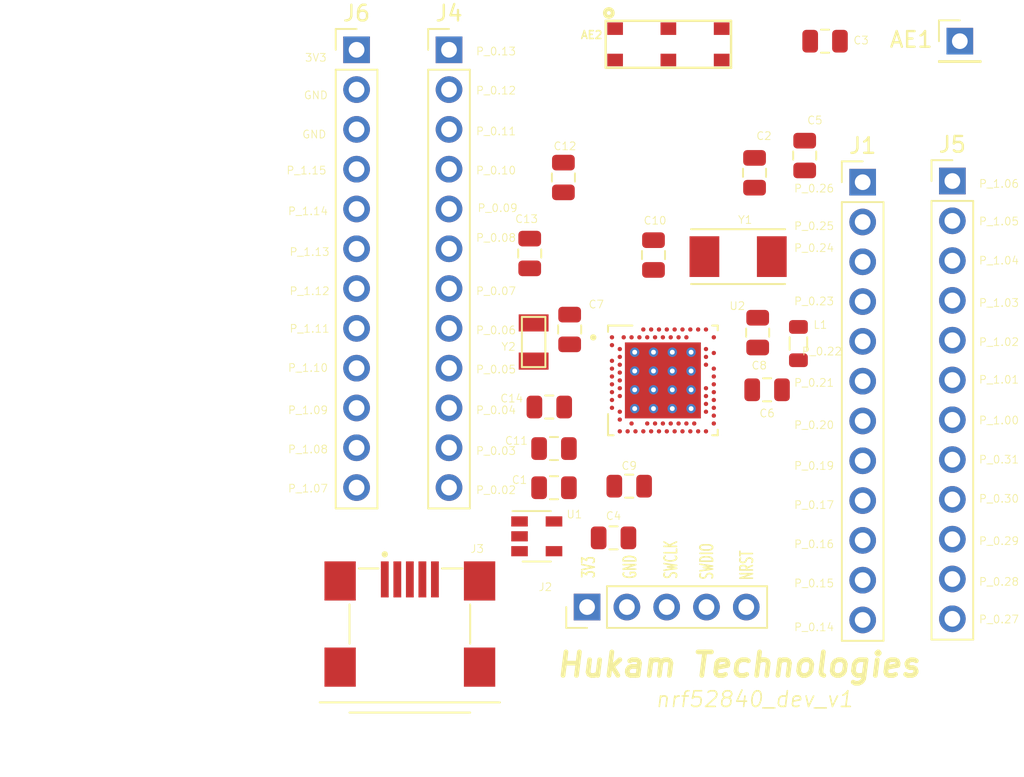
<source format=kicad_pcb>
(kicad_pcb (version 20171130) (host pcbnew 5.1.7-a382d34a8~88~ubuntu18.04.1)

  (general
    (thickness 1.6)
    (drawings 61)
    (tracks 0)
    (zones 0)
    (modules 27)
    (nets 75)
  )

  (page A4)
  (layers
    (0 F.Cu signal)
    (31 B.Cu signal)
    (32 B.Adhes user)
    (33 F.Adhes user)
    (34 B.Paste user)
    (35 F.Paste user)
    (36 B.SilkS user)
    (37 F.SilkS user)
    (38 B.Mask user)
    (39 F.Mask user)
    (40 Dwgs.User user)
    (41 Cmts.User user)
    (42 Eco1.User user)
    (43 Eco2.User user)
    (44 Edge.Cuts user)
    (45 Margin user)
    (46 B.CrtYd user hide)
    (47 F.CrtYd user)
    (48 B.Fab user hide)
    (49 F.Fab user)
  )

  (setup
    (last_trace_width 0.15)
    (trace_clearance 0.1)
    (zone_clearance 0.508)
    (zone_45_only no)
    (trace_min 0.15)
    (via_size 0.6)
    (via_drill 0.4)
    (via_min_size 0.4)
    (via_min_drill 0.3)
    (uvia_size 0.3)
    (uvia_drill 0.1)
    (uvias_allowed no)
    (uvia_min_size 0.15)
    (uvia_min_drill 0.1)
    (edge_width 0.05)
    (segment_width 0.2)
    (pcb_text_width 0.3)
    (pcb_text_size 1.5 1.5)
    (mod_edge_width 0.12)
    (mod_text_size 1 1)
    (mod_text_width 0.15)
    (pad_size 0.4 0.4)
    (pad_drill 0)
    (pad_to_mask_clearance 0.05)
    (aux_axis_origin 0 0)
    (visible_elements FFFFF77F)
    (pcbplotparams
      (layerselection 0x030ff_ffffffff)
      (usegerberextensions true)
      (usegerberattributes false)
      (usegerberadvancedattributes false)
      (creategerberjobfile true)
      (excludeedgelayer true)
      (linewidth 0.100000)
      (plotframeref false)
      (viasonmask false)
      (mode 1)
      (useauxorigin false)
      (hpglpennumber 1)
      (hpglpenspeed 20)
      (hpglpendiameter 15.000000)
      (psnegative false)
      (psa4output false)
      (plotreference true)
      (plotvalue true)
      (plotinvisibletext false)
      (padsonsilk false)
      (subtractmaskfromsilk false)
      (outputformat 1)
      (mirror false)
      (drillshape 0)
      (scaleselection 1)
      (outputdirectory "/home/sarbjeet/github/IoT/Designs/PCB/KiCad/Projects/SwitchBoard/DevelopmentBoard_Stm32wb55/stm32wb_Dev_v1/Gerber/"))
  )

  (net 0 "")
  (net 1 /5V)
  (net 2 "Net-(C8-Pad1)")
  (net 3 /SWDIO)
  (net 4 /SWCLK)
  (net 5 "Net-(U1-Pad4)")
  (net 6 /3V3)
  (net 7 /RF)
  (net 8 /B7)
  (net 9 /XL1)
  (net 10 /XL2)
  (net 11 "Net-(C6-Pad1)")
  (net 12 "Net-(C7-Pad1)")
  (net 13 "Net-(C9-Pad1)")
  (net 14 "Net-(C12-Pad2)")
  (net 15 /xyl1)
  (net 16 /xyl2)
  (net 17 /Reset)
  (net 18 /P0.02)
  (net 19 /P0.03)
  (net 20 /P0.04)
  (net 21 /P0.05)
  (net 22 /P0.06)
  (net 23 /P0.07)
  (net 24 /P0.08)
  (net 25 /P0.09)
  (net 26 /P0.10)
  (net 27 /P0.11)
  (net 28 /P0.12)
  (net 29 /P0.13)
  (net 30 /P0.14)
  (net 31 /P0.15)
  (net 32 /P0.16)
  (net 33 /P0.17)
  (net 34 /P0.19)
  (net 35 /P0.20)
  (net 36 /P0.21)
  (net 37 /P0.22)
  (net 38 /P0.23)
  (net 39 /P0.24)
  (net 40 /P0.25)
  (net 41 /P0.26)
  (net 42 /P0.27)
  (net 43 /P0.28)
  (net 44 /P0.29)
  (net 45 /P0.30)
  (net 46 /P0.31)
  (net 47 /P1.00)
  (net 48 /P1.01)
  (net 49 /P1.02)
  (net 50 /P1.03)
  (net 51 /P1.04)
  (net 52 /P1.05)
  (net 53 /P1.06)
  (net 54 /P1.07)
  (net 55 /P1.08)
  (net 56 /P1.09)
  (net 57 /P1.10)
  (net 58 /P1.11)
  (net 59 /P1.12)
  (net 60 /P1.13)
  (net 61 /P1.14)
  (net 62 /P1.15)
  (net 63 /D+)
  (net 64 /D-)
  (net 65 "Net-(U2-PadAB2)")
  (net 66 "Net-(U2-PadA18)")
  (net 67 "Net-(U2-PadN24)")
  (net 68 "Net-(U2-PadE24)")
  (net 69 /SWIO)
  (net 70 "Net-(U2-PadB3)")
  (net 71 "Net-(AE2-Pad3)")
  (net 72 "Net-(AE2-Pad4)")
  (net 73 "Net-(AE2-Pad5)")
  (net 74 "Net-(AE2-Pad6)")

  (net_class Default "This is the default net class."
    (clearance 0.1)
    (trace_width 0.15)
    (via_dia 0.6)
    (via_drill 0.4)
    (uvia_dia 0.3)
    (uvia_drill 0.1)
    (diff_pair_width 0.15)
    (diff_pair_gap 0.1)
    (add_net /3V3)
    (add_net /5V)
    (add_net /B7)
    (add_net /D+)
    (add_net /D-)
    (add_net /P0.02)
    (add_net /P0.03)
    (add_net /P0.04)
    (add_net /P0.05)
    (add_net /P0.06)
    (add_net /P0.07)
    (add_net /P0.08)
    (add_net /P0.09)
    (add_net /P0.10)
    (add_net /P0.11)
    (add_net /P0.12)
    (add_net /P0.13)
    (add_net /P0.14)
    (add_net /P0.15)
    (add_net /P0.16)
    (add_net /P0.17)
    (add_net /P0.19)
    (add_net /P0.20)
    (add_net /P0.21)
    (add_net /P0.22)
    (add_net /P0.23)
    (add_net /P0.24)
    (add_net /P0.25)
    (add_net /P0.26)
    (add_net /P0.27)
    (add_net /P0.28)
    (add_net /P0.29)
    (add_net /P0.30)
    (add_net /P0.31)
    (add_net /P1.00)
    (add_net /P1.01)
    (add_net /P1.02)
    (add_net /P1.03)
    (add_net /P1.04)
    (add_net /P1.05)
    (add_net /P1.06)
    (add_net /P1.07)
    (add_net /P1.08)
    (add_net /P1.09)
    (add_net /P1.10)
    (add_net /P1.11)
    (add_net /P1.12)
    (add_net /P1.13)
    (add_net /P1.14)
    (add_net /P1.15)
    (add_net /Reset)
    (add_net /SWCLK)
    (add_net /SWDIO)
    (add_net /SWIO)
    (add_net /XL1)
    (add_net /XL2)
    (add_net /xyl1)
    (add_net /xyl2)
    (add_net "Net-(AE2-Pad3)")
    (add_net "Net-(AE2-Pad4)")
    (add_net "Net-(AE2-Pad5)")
    (add_net "Net-(AE2-Pad6)")
    (add_net "Net-(C12-Pad2)")
    (add_net "Net-(C6-Pad1)")
    (add_net "Net-(C7-Pad1)")
    (add_net "Net-(C8-Pad1)")
    (add_net "Net-(C9-Pad1)")
    (add_net "Net-(U1-Pad4)")
    (add_net "Net-(U2-PadA18)")
    (add_net "Net-(U2-PadAB2)")
    (add_net "Net-(U2-PadB3)")
    (add_net "Net-(U2-PadE24)")
    (add_net "Net-(U2-PadN24)")
  )

  (net_class forAntenna ""
    (clearance 0.2)
    (trace_width 0.8)
    (via_dia 0.6)
    (via_drill 0.4)
    (uvia_dia 0.3)
    (uvia_drill 0.1)
    (add_net /RF)
  )

  (module Custom_Libraries:M830520 (layer F.Cu) (tedit 61E07B21) (tstamp 62261F3A)
    (at 106.3 51.3)
    (descr "module 1 pin (ou trou mecanique de percage)")
    (tags DEV)
    (path /622F54D2)
    (attr smd)
    (fp_text reference AE2 (at -4.9 -0.6) (layer F.SilkS)
      (effects (font (size 0.5 0.5) (thickness 0.1)))
    )
    (fp_text value M830520 (at 0 0.1) (layer F.Fab) hide
      (effects (font (size 0.5 0.5) (thickness 0.1)))
    )
    (fp_circle (center -3.8 -2) (end -3.6 -2) (layer F.SilkS) (width 0.15))
    (fp_circle (center -3.8 -2) (end -3.5 -2) (layer F.SilkS) (width 0.15))
    (fp_line (start -4 1.5) (end -4 -1.5) (layer F.SilkS) (width 0.15))
    (fp_line (start 4 1.5) (end -4 1.5) (layer F.SilkS) (width 0.15))
    (fp_line (start 4 -1.5) (end 4 1.5) (layer F.SilkS) (width 0.15))
    (fp_line (start -4 -1.5) (end 4 -1.5) (layer F.SilkS) (width 0.15))
    (pad 2 smd rect (at -3.4 1) (size 1 0.8) (layers F.Cu F.Paste F.Mask)
      (net 8 /B7))
    (pad 3 smd rect (at 0 1) (size 1 0.8) (layers F.Cu F.Paste F.Mask)
      (net 71 "Net-(AE2-Pad3)"))
    (pad 1 smd rect (at -3.4 -1) (size 1 0.8) (layers F.Cu F.Paste F.Mask)
      (net 7 /RF))
    (pad 4 smd rect (at 3.4 1) (size 1 0.8) (layers F.Cu F.Paste F.Mask)
      (net 72 "Net-(AE2-Pad4)"))
    (pad 5 smd rect (at 3.4 -1) (size 1 0.8) (layers F.Cu F.Paste F.Mask)
      (net 73 "Net-(AE2-Pad5)"))
    (pad 6 smd rect (at 0 -1) (size 1 0.8) (layers F.Cu F.Paste F.Mask)
      (net 74 "Net-(AE2-Pad6)"))
  )

  (module Custom_Libraries:usb_mini_TE_1734328-1 (layer F.Cu) (tedit 6224F641) (tstamp 62257508)
    (at 89.8 85.55)
    (path /624B5E84)
    (attr smd)
    (fp_text reference J3 (at 4.3 -2.05) (layer F.SilkS)
      (effects (font (size 0.5 0.5) (thickness 0.05)))
    )
    (fp_text value 1734328-1 (at 1.62017 9.61584) (layer F.Fab) hide
      (effects (font (size 1.000094 1.000094) (thickness 0.15)))
    )
    (fp_line (start -5.75 7.75) (end 5.75 7.75) (layer F.SilkS) (width 0.127))
    (fp_line (start 2.05 -0.8) (end 3.35 -0.8) (layer F.SilkS) (width 0.127))
    (fp_line (start 3.85 1.5) (end 3.85 4) (layer F.SilkS) (width 0.127))
    (fp_line (start -3.85 8.4) (end 3.85 8.4) (layer F.SilkS) (width 0.127))
    (fp_line (start -3.85 1.5) (end -3.85 4) (layer F.SilkS) (width 0.127))
    (fp_line (start -3.25 -0.8) (end -2 -0.8) (layer F.SilkS) (width 0.127))
    (fp_line (start -3.85 8.4) (end -3.85 -0.8) (layer F.Fab) (width 0.127))
    (fp_line (start 3.85 8.4) (end -3.85 8.4) (layer F.Fab) (width 0.127))
    (fp_line (start 3.85 -0.8) (end 3.85 8.4) (layer F.Fab) (width 0.127))
    (fp_line (start -3.85 -0.8) (end 3.85 -0.8) (layer F.Fab) (width 0.127))
    (fp_circle (center -1.6 -1.7) (end -1.5 -1.7) (layer F.SilkS) (width 0.2))
    (fp_circle (center -1.6 -0.2) (end -1.5 -0.2) (layer F.Fab) (width 0.2))
    (fp_line (start -5.75 8.75) (end -5.75 -1.5) (layer F.CrtYd) (width 0.05))
    (fp_line (start 5.75 8.75) (end -5.75 8.75) (layer F.CrtYd) (width 0.05))
    (fp_line (start 5.75 -1.5) (end 5.75 8.75) (layer F.CrtYd) (width 0.05))
    (fp_line (start -5.75 -1.5) (end 5.75 -1.5) (layer F.CrtYd) (width 0.05))
    (pad None np_thru_hole circle (at 2.2 2.5) (size 0.9 0.9) (drill 0.9) (layers *.Cu *.Mask))
    (pad None np_thru_hole circle (at -2.2 2.5) (size 0.9 0.9) (drill 0.9) (layers *.Cu *.Mask))
    (pad 8 smd rect (at 4.45 5.5) (size 2 2.5) (layers F.Cu F.Paste F.Mask)
      (net 8 /B7))
    (pad 7 smd rect (at -4.45 5.5) (size 2 2.5) (layers F.Cu F.Paste F.Mask)
      (net 8 /B7))
    (pad 9 smd rect (at 4.45 0) (size 2 2.5) (layers F.Cu F.Paste F.Mask)
      (net 8 /B7))
    (pad 6 smd rect (at -4.45 0) (size 2 2.5) (layers F.Cu F.Paste F.Mask)
      (net 8 /B7))
    (pad 5 smd rect (at 1.6 -0.1 90) (size 2.3 0.5) (layers F.Cu F.Paste F.Mask)
      (net 8 /B7))
    (pad 4 smd rect (at 0.8 -0.1 90) (size 2.3 0.5) (layers F.Cu F.Paste F.Mask)
      (net 8 /B7))
    (pad 3 smd rect (at 0 -0.1 90) (size 2.3 0.5) (layers F.Cu F.Paste F.Mask)
      (net 63 /D+))
    (pad 2 smd rect (at -0.8 -0.1 90) (size 2.3 0.5) (layers F.Cu F.Paste F.Mask)
      (net 64 /D-))
    (pad 1 smd rect (at -1.6 -0.1 90) (size 2.3 0.5) (layers F.Cu F.Paste F.Mask)
      (net 1 /5V))
  )

  (module Custom_Libraries:XTAL320X150X90 (layer F.Cu) (tedit 6224C96F) (tstamp 5F2C1B30)
    (at 97.7 70.3 270)
    (path /622EEBB0)
    (attr smd)
    (fp_text reference Y2 (at 0.3 1.6 180) (layer F.SilkS)
      (effects (font (size 0.5 0.5) (thickness 0.05)))
    )
    (fp_text value ABS07-32.768KHZ-7-1-T (at 6.35785 1.907355 90) (layer F.Fab) hide
      (effects (font (size 1.001236 1.001236) (thickness 0.15)))
    )
    (fp_line (start -1.6002 0.7493) (end -1.6002 -0.7493) (layer F.SilkS) (width 0.127))
    (fp_line (start 1.6002 0.7493) (end -1.6002 0.7493) (layer F.SilkS) (width 0.127))
    (fp_line (start 1.6002 -0.7493) (end 1.6002 0.7493) (layer F.SilkS) (width 0.127))
    (fp_line (start -1.6002 -0.7493) (end 1.6002 -0.7493) (layer F.SilkS) (width 0.127))
    (pad 2 smd rect (at 1.2192 0 270) (size 1.0922 1.905) (layers F.Cu F.Paste F.Mask)
      (net 16 /xyl2))
    (pad 1 smd rect (at -1.2192 0 270) (size 1.0922 1.905) (layers F.Cu F.Paste F.Mask)
      (net 15 /xyl1))
  )

  (module Custom_Libraries:XTAL_ABM7-32.000MHZ-D2Y-T (layer F.Cu) (tedit 6224CC8D) (tstamp 5F2C1B19)
    (at 110.75 64.85 180)
    (path /6234C749)
    (attr smd)
    (fp_text reference Y1 (at -0.45 2.35) (layer F.SilkS)
      (effects (font (size 0.5 0.5) (thickness 0.05)))
    )
    (fp_text value ABM7-32.000MHZ-D2Y-T (at 12.64587 2.86974) (layer F.Fab) hide
      (effects (font (size 1.001654 1.001654) (thickness 0.15)))
    )
    (fp_line (start -3.35 2) (end -3.35 -2) (layer F.CrtYd) (width 0.05))
    (fp_line (start 3.35 2) (end -3.35 2) (layer F.CrtYd) (width 0.05))
    (fp_line (start 3.35 -2) (end 3.35 2) (layer F.CrtYd) (width 0.05))
    (fp_line (start -3.35 -2) (end 3.35 -2) (layer F.CrtYd) (width 0.05))
    (fp_line (start 3 1.75) (end -3 1.75) (layer F.SilkS) (width 0.127))
    (fp_line (start -3 -1.75) (end 3 -1.75) (layer F.SilkS) (width 0.127))
    (fp_line (start -3 1.75) (end -3 -1.75) (layer F.Fab) (width 0.127))
    (fp_line (start 3 1.75) (end -3 1.75) (layer F.Fab) (width 0.127))
    (fp_line (start 3 -1.75) (end 3 1.75) (layer F.Fab) (width 0.127))
    (fp_line (start -3 -1.75) (end 3 -1.75) (layer F.Fab) (width 0.127))
    (pad 2 smd rect (at 2.15 0 180) (size 1.9 2.6) (layers F.Cu F.Paste F.Mask)
      (net 10 /XL2))
    (pad 1 smd rect (at -2.15 0 180) (size 1.9 2.6) (layers F.Cu F.Paste F.Mask)
      (net 9 /XL1))
  )

  (module Custom_Libraries:NRF52840-QIAA-R (layer F.Cu) (tedit 620CFBB0) (tstamp 622502CB)
    (at 105.95 72.75)
    (path /6211700A)
    (fp_text reference U2 (at 4.75 -4.75) (layer F.SilkS)
      (effects (font (size 0.5 0.5) (thickness 0.05)))
    )
    (fp_text value nRF52840 (at 9.2 4.865) (layer F.Fab) hide
      (effects (font (size 1 1) (thickness 0.15)))
    )
    (fp_line (start 4.5 -4.5) (end -4.5 -4.5) (layer F.CrtYd) (width 0.05))
    (fp_line (start 4.5 4.5) (end 4.5 -4.5) (layer F.CrtYd) (width 0.05))
    (fp_line (start -4.5 4.5) (end 4.5 4.5) (layer F.CrtYd) (width 0.05))
    (fp_line (start -4.5 -4.5) (end -4.5 4.5) (layer F.CrtYd) (width 0.05))
    (fp_circle (center -4.445 -2.7432) (end -4.345 -2.7432) (layer F.Fab) (width 0.2))
    (fp_line (start -3.5 3.5) (end -3.5 2.15) (layer F.SilkS) (width 0.127))
    (fp_line (start -3.15 3.5) (end -3.5 3.5) (layer F.SilkS) (width 0.127))
    (fp_line (start 3.5 3.5) (end 3.15 3.5) (layer F.SilkS) (width 0.127))
    (fp_line (start 3.5 3.15) (end 3.5 3.5) (layer F.SilkS) (width 0.127))
    (fp_line (start 3.5 -3.5) (end 3.5 -3.2) (layer F.SilkS) (width 0.127))
    (fp_line (start 3.15 -3.5) (end 3.5 -3.5) (layer F.SilkS) (width 0.127))
    (fp_line (start -3.5 -3.5) (end -1.95 -3.5) (layer F.SilkS) (width 0.127))
    (fp_line (start -3.5 -3.1) (end -3.5 -3.5) (layer F.SilkS) (width 0.127))
    (fp_line (start -3.5 3.5) (end -3.5 -3.5) (layer F.Fab) (width 0.127))
    (fp_line (start 3.5 3.5) (end -3.5 3.5) (layer F.Fab) (width 0.127))
    (fp_line (start 3.5 -3.5) (end 3.5 3.5) (layer F.Fab) (width 0.127))
    (fp_line (start -3.5 -3.5) (end 3.5 -3.5) (layer F.Fab) (width 0.127))
    (fp_poly (pts (xy -2.075 0.355) (xy -0.355 0.355) (xy -0.355 2.075) (xy -2.075 2.075)) (layer F.Paste) (width 0.01))
    (fp_poly (pts (xy 0.355 0.355) (xy 2.075 0.355) (xy 2.075 2.075) (xy 0.355 2.075)) (layer F.Paste) (width 0.01))
    (fp_poly (pts (xy -2.075 -2.075) (xy -0.355 -2.075) (xy -0.355 -0.355) (xy -2.075 -0.355)) (layer F.Paste) (width 0.01))
    (fp_poly (pts (xy 0.355 -2.075) (xy 2.075 -2.075) (xy 2.075 -0.355) (xy 0.355 -0.355)) (layer F.Paste) (width 0.01))
    (fp_circle (center -4.445 -2.7432) (end -4.345 -2.7432) (layer F.SilkS) (width 0.2))
    (pad 74_16 thru_hole circle (at 1.8 1.8) (size 0.6 0.6) (drill 0.305) (layers *.Cu *.Mask))
    (pad 74_15 thru_hole circle (at 0.6 1.8) (size 0.6 0.6) (drill 0.305) (layers *.Cu *.Mask))
    (pad 74_14 thru_hole circle (at -0.6 1.8) (size 0.6 0.6) (drill 0.305) (layers *.Cu *.Mask))
    (pad 74_13 thru_hole circle (at -1.8 1.8) (size 0.6 0.6) (drill 0.305) (layers *.Cu *.Mask))
    (pad 74_12 thru_hole circle (at 1.8 0.6) (size 0.6 0.6) (drill 0.305) (layers *.Cu *.Mask))
    (pad 74_11 thru_hole circle (at 0.6 0.6) (size 0.6 0.6) (drill 0.305) (layers *.Cu *.Mask))
    (pad 74_10 thru_hole circle (at -0.6 0.6) (size 0.6 0.6) (drill 0.305) (layers *.Cu *.Mask))
    (pad 74_9 thru_hole circle (at -1.8 0.6) (size 0.6 0.6) (drill 0.305) (layers *.Cu *.Mask))
    (pad 74_8 thru_hole circle (at 1.8 -0.6) (size 0.6 0.6) (drill 0.305) (layers *.Cu *.Mask))
    (pad 74_7 thru_hole circle (at 0.6 -0.6) (size 0.6 0.6) (drill 0.305) (layers *.Cu *.Mask))
    (pad 74_6 thru_hole circle (at -0.6 -0.6) (size 0.6 0.6) (drill 0.305) (layers *.Cu *.Mask))
    (pad 74_5 thru_hole circle (at -1.8 -0.6) (size 0.6 0.6) (drill 0.305) (layers *.Cu *.Mask))
    (pad 74_4 thru_hole circle (at 1.8 -1.8) (size 0.6 0.6) (drill 0.305) (layers *.Cu *.Mask))
    (pad 74_3 thru_hole circle (at 0.6 -1.8) (size 0.6 0.6) (drill 0.305) (layers *.Cu *.Mask))
    (pad 74_2 thru_hole circle (at -0.6 -1.8) (size 0.6 0.6) (drill 0.305) (layers *.Cu *.Mask))
    (pad 74_1 thru_hole circle (at -1.8 -1.8) (size 0.6 0.6) (drill 0.305) (layers *.Cu *.Mask))
    (pad AC21 smd circle (at 2 2.75) (size 0.275 0.275) (layers F.Cu F.Paste F.Mask)
      (net 40 /P0.25))
    (pad AC19 smd circle (at 1.5 2.75) (size 0.275 0.275) (layers F.Cu F.Paste F.Mask)
      (net 38 /P0.23))
    (pad AC17 smd circle (at 1 2.75) (size 0.275 0.275) (layers F.Cu F.Paste F.Mask)
      (net 36 /P0.21))
    (pad AC15 smd circle (at 0.5 2.75) (size 0.275 0.275) (layers F.Cu F.Paste F.Mask)
      (net 34 /P0.19))
    (pad AC13 smd circle (at 0 2.75) (size 0.275 0.275) (layers F.Cu F.Paste F.Mask)
      (net 17 /Reset))
    (pad AC11 smd circle (at -0.5 2.75) (size 0.275 0.275) (layers F.Cu F.Paste F.Mask)
      (net 32 /P0.16))
    (pad AC9 smd circle (at -1 2.75) (size 0.275 0.275) (layers F.Cu F.Paste F.Mask)
      (net 30 /P0.14))
    (pad AD23 smd circle (at 2.75 3.25) (size 0.275 0.275) (layers F.Cu F.Paste F.Mask)
      (net 6 /3V3))
    (pad AD22 smd circle (at 2.25 3.25) (size 0.275 0.275) (layers F.Cu F.Paste F.Mask)
      (net 47 /P1.00))
    (pad AD20 smd circle (at 1.75 3.25) (size 0.275 0.275) (layers F.Cu F.Paste F.Mask)
      (net 39 /P0.24))
    (pad AD18 smd circle (at 1.25 3.25) (size 0.275 0.275) (layers F.Cu F.Paste F.Mask)
      (net 37 /P0.22))
    (pad AD16 smd circle (at 0.75 3.25) (size 0.275 0.275) (layers F.Cu F.Paste F.Mask)
      (net 35 /P0.20))
    (pad AD14 smd circle (at 0.25 3.25) (size 0.275 0.275) (layers F.Cu F.Paste F.Mask)
      (net 6 /3V3))
    (pad AD12 smd circle (at -0.25 3.25) (size 0.275 0.275) (layers F.Cu F.Paste F.Mask)
      (net 33 /P0.17))
    (pad AD10 smd circle (at -0.75 3.25) (size 0.275 0.275) (layers F.Cu F.Paste F.Mask)
      (net 31 /P0.15))
    (pad AD8 smd circle (at -1.25 3.25) (size 0.275 0.275) (layers F.Cu F.Paste F.Mask)
      (net 29 /P0.13))
    (pad AD6 smd circle (at -1.75 3.25) (size 0.275 0.275) (layers F.Cu F.Paste F.Mask)
      (net 63 /D+))
    (pad AC5 smd circle (at -2 2.75) (size 0.275 0.275) (layers F.Cu F.Paste F.Mask)
      (net 13 "Net-(C9-Pad1)"))
    (pad AD4 smd circle (at -2.25 3.25) (size 0.275 0.275) (layers F.Cu F.Paste F.Mask)
      (net 64 /D-))
    (pad AD2 smd circle (at -2.75 3.25) (size 0.275 0.275) (layers F.Cu F.Paste F.Mask)
      (net 6 /3V3))
    (pad AB2 smd circle (at -2.75 2.5) (size 0.275 0.275) (layers F.Cu F.Paste F.Mask)
      (net 65 "Net-(U2-PadAB2)"))
    (pad Y2 smd circle (at -2.75 2) (size 0.275 0.275) (layers F.Cu F.Paste F.Mask)
      (net 6 /3V3))
    (pad W1 smd circle (at -3.25 1.75) (size 0.275 0.275) (layers F.Cu F.Paste F.Mask)
      (net 6 /3V3))
    (pad T2 smd circle (at -2.75 1) (size 0.275 0.275) (layers F.Cu F.Paste F.Mask)
      (net 27 /P0.11))
    (pad P2 smd circle (at -2.75 0.5) (size 0.275 0.275) (layers F.Cu F.Paste F.Mask)
      (net 55 /P1.08))
    (pad M2 smd circle (at -2.75 0) (size 0.275 0.275) (layers F.Cu F.Paste F.Mask)
      (net 23 /P0.07))
    (pad K2 smd circle (at -2.75 -0.5) (size 0.275 0.275) (layers F.Cu F.Paste F.Mask)
      (net 21 /P0.05))
    (pad U1 smd circle (at -3.25 1.25) (size 0.275 0.275) (layers F.Cu F.Paste F.Mask)
      (net 28 /P0.12))
    (pad R1 smd circle (at -3.25 0.75) (size 0.275 0.275) (layers F.Cu F.Paste F.Mask)
      (net 56 /P1.09))
    (pad N1 smd circle (at -3.25 0.25) (size 0.275 0.275) (layers F.Cu F.Paste F.Mask)
      (net 24 /P0.08))
    (pad L1 smd circle (at -3.25 -0.25) (size 0.275 0.275) (layers F.Cu F.Paste F.Mask)
      (net 22 /P0.06))
    (pad J1 smd circle (at -3.25 -0.75) (size 0.275 0.275) (layers F.Cu F.Paste F.Mask)
      (net 20 /P0.04))
    (pad H2 smd circle (at -2.75 -1) (size 0.275 0.275) (layers F.Cu F.Paste F.Mask)
      (net 42 /P0.27))
    (pad G1 smd circle (at -3.25 -1.25) (size 0.275 0.275) (layers F.Cu F.Paste F.Mask)
      (net 41 /P0.26))
    (pad F2 smd circle (at -2.75 -1.5) (size 0.275 0.275) (layers F.Cu F.Paste F.Mask)
      (net 16 /xyl2))
    (pad D2 smd circle (at -2.75 -2) (size 0.275 0.275) (layers F.Cu F.Paste F.Mask)
      (net 15 /xyl1))
    (pad C1 smd circle (at -3.25 -2.25) (size 0.275 0.275) (layers F.Cu F.Paste F.Mask)
      (net 12 "Net-(C7-Pad1)"))
    (pad B24 smd circle (at 3.25 -2.75) (size 0.275 0.275) (layers F.Cu F.Paste F.Mask)
      (net 9 /XL1))
    (pad B19 smd circle (at 1.5 -2.75) (size 0.275 0.275) (layers F.Cu F.Paste F.Mask)
      (net 58 /P1.11))
    (pad B17 smd circle (at 1 -2.75) (size 0.275 0.275) (layers F.Cu F.Paste F.Mask)
      (net 59 /P1.12))
    (pad B15 smd circle (at 0.5 -2.75) (size 0.275 0.275) (layers F.Cu F.Paste F.Mask)
      (net 61 /P1.14))
    (pad B13 smd circle (at 0 -2.75) (size 0.275 0.275) (layers F.Cu F.Paste F.Mask)
      (net 19 /P0.03))
    (pad B11 smd circle (at -0.5 -2.75) (size 0.275 0.275) (layers F.Cu F.Paste F.Mask)
      (net 43 /P0.28))
    (pad B9 smd circle (at -1 -2.75) (size 0.275 0.275) (layers F.Cu F.Paste F.Mask)
      (net 45 /P0.30))
    (pad B7 smd circle (at -1.5 -2.75) (size 0.275 0.275) (layers F.Cu F.Paste F.Mask)
      (net 8 /B7))
    (pad B5 smd circle (at -2 -2.75) (size 0.275 0.275) (layers F.Cu F.Paste F.Mask)
      (net 14 "Net-(C12-Pad2)"))
    (pad B3 smd circle (at -2.5 -2.75) (size 0.275 0.275) (layers F.Cu F.Paste F.Mask)
      (net 70 "Net-(U2-PadB3)"))
    (pad A23 smd circle (at 2.75 -3.25) (size 0.275 0.275) (layers F.Cu F.Paste F.Mask)
      (net 10 /XL2))
    (pad A22 smd circle (at 2.25 -3.25) (size 0.275 0.275) (layers F.Cu F.Paste F.Mask)
      (net 6 /3V3))
    (pad A20 smd circle (at 1.75 -3.25) (size 0.275 0.275) (layers F.Cu F.Paste F.Mask)
      (net 57 /P1.10))
    (pad A18 smd circle (at 1.25 -3.25) (size 0.275 0.275) (layers F.Cu F.Paste F.Mask)
      (net 66 "Net-(U2-PadA18)"))
    (pad A16 smd circle (at 0.75 -3.25) (size 0.275 0.275) (layers F.Cu F.Paste F.Mask)
      (net 60 /P1.13))
    (pad A14 smd circle (at 0.25 -3.25) (size 0.275 0.275) (layers F.Cu F.Paste F.Mask)
      (net 62 /P1.15))
    (pad A12 smd circle (at -0.25 -3.25) (size 0.275 0.275) (layers F.Cu F.Paste F.Mask)
      (net 18 /P0.02))
    (pad A10 smd circle (at -0.75 -3.25) (size 0.275 0.275) (layers F.Cu F.Paste F.Mask)
      (net 44 /P0.29))
    (pad Y23 smd circle (at 2.75 2) (size 0.275 0.275) (layers F.Cu F.Paste F.Mask)
      (net 48 /P1.01))
    (pad W24 smd circle (at 3.25 1.75) (size 0.275 0.275) (layers F.Cu F.Paste F.Mask)
      (net 49 /P1.02))
    (pad V23 smd circle (at 2.75 1.5) (size 0.275 0.275) (layers F.Cu F.Paste F.Mask)
      (net 50 /P1.03))
    (pad U24 smd circle (at 3.25 1.25) (size 0.275 0.275) (layers F.Cu F.Paste F.Mask)
      (net 51 /P1.04))
    (pad T23 smd circle (at 2.75 1) (size 0.275 0.275) (layers F.Cu F.Paste F.Mask)
      (net 52 /P1.05))
    (pad R24 smd circle (at 3.25 0.75) (size 0.275 0.275) (layers F.Cu F.Paste F.Mask)
      (net 53 /P1.06))
    (pad P23 smd circle (at 2.75 0.5) (size 0.275 0.275) (layers F.Cu F.Paste F.Mask)
      (net 54 /P1.07))
    (pad N24 smd circle (at 3.25 0.25) (size 0.275 0.275) (layers F.Cu F.Paste F.Mask)
      (net 67 "Net-(U2-PadN24)"))
    (pad L24 smd circle (at 3.25 -0.25) (size 0.275 0.275) (layers F.Cu F.Paste F.Mask)
      (net 25 /P0.09))
    (pad J24 smd circle (at 3.25 -0.75) (size 0.275 0.275) (layers F.Cu F.Paste F.Mask)
      (net 26 /P0.10))
    (pad H23 smd circle (at 2.75 -1) (size 0.275 0.275) (layers F.Cu F.Paste F.Mask)
      (net 11 "Net-(C6-Pad1)"))
    (pad F23 smd circle (at 2.75 -1.5) (size 0.275 0.275) (layers F.Cu F.Paste F.Mask)
      (net 8 /B7))
    (pad E24 smd circle (at 3.25 -1.75) (size 0.275 0.275) (layers F.Cu F.Paste F.Mask)
      (net 68 "Net-(U2-PadE24)"))
    (pad D23 smd circle (at 2.75 -2) (size 0.275 0.275) (layers F.Cu F.Paste F.Mask)
      (net 2 "Net-(C8-Pad1)"))
    (pad B1 smd circle (at -3.25 -2.75) (size 0.275 0.275) (layers F.Cu F.Paste F.Mask)
      (net 6 /3V3))
    (pad AC24 smd circle (at 3.25 2.75) (size 0.275 0.275) (layers F.Cu F.Paste F.Mask)
      (net 3 /SWDIO))
    (pad AA24 smd circle (at 3.25 2.25) (size 0.275 0.275) (layers F.Cu F.Paste F.Mask)
      (net 4 /SWCLK))
    (pad A8 smd circle (at -1.25 -3.25) (size 0.275 0.275) (layers F.Cu F.Paste F.Mask)
      (net 46 /P0.31))
    (pad 74 smd rect (at 0 0) (size 4.85 4.85) (layers F.Cu F.Mask))
  )

  (module Inductors_SMD:L_0805_2012Metric (layer F.Cu) (tedit 5F68FEF0) (tstamp 5F2C1A9F)
    (at 114.6 70.4 270)
    (descr "Inductor SMD 0805 (2012 Metric), square (rectangular) end terminal, IPC_7351 nominal, (Body size source: IPC-SM-782 page 80, https://www.pcb-3d.com/wordpress/wp-content/uploads/ipc-sm-782a_amendment_1_and_2.pdf), generated with kicad-footprint-generator")
    (tags inductor)
    (path /6226B148)
    (attr smd)
    (fp_text reference L1 (at -1.2 -1.4) (layer F.SilkS)
      (effects (font (size 0.5 0.5) (thickness 0.05)))
    )
    (fp_text value 3.3nH (at 0 1.55 270) (layer F.Fab) hide
      (effects (font (size 1 1) (thickness 0.15)))
    )
    (fp_line (start 1.75 0.85) (end -1.75 0.85) (layer F.CrtYd) (width 0.05))
    (fp_line (start 1.75 -0.85) (end 1.75 0.85) (layer F.CrtYd) (width 0.05))
    (fp_line (start -1.75 -0.85) (end 1.75 -0.85) (layer F.CrtYd) (width 0.05))
    (fp_line (start -1.75 0.85) (end -1.75 -0.85) (layer F.CrtYd) (width 0.05))
    (fp_line (start -0.399622 0.56) (end 0.399622 0.56) (layer F.SilkS) (width 0.12))
    (fp_line (start -0.399622 -0.56) (end 0.399622 -0.56) (layer F.SilkS) (width 0.12))
    (fp_line (start 1 0.45) (end -1 0.45) (layer F.Fab) (width 0.1))
    (fp_line (start 1 -0.45) (end 1 0.45) (layer F.Fab) (width 0.1))
    (fp_line (start -1 -0.45) (end 1 -0.45) (layer F.Fab) (width 0.1))
    (fp_line (start -1 0.45) (end -1 -0.45) (layer F.Fab) (width 0.1))
    (fp_text user %R (at 0 0 270) (layer F.Fab) hide
      (effects (font (size 0.5 0.5) (thickness 0.08)))
    )
    (pad 2 smd roundrect (at 1.0625 0 270) (size 0.875 1.2) (layers F.Cu F.Paste F.Mask) (roundrect_rratio 0.25)
      (net 11 "Net-(C6-Pad1)"))
    (pad 1 smd roundrect (at -1.0625 0 270) (size 0.875 1.2) (layers F.Cu F.Paste F.Mask) (roundrect_rratio 0.25)
      (net 7 /RF))
    (model ${KISYS3DMOD}/Inductor_SMD.3dshapes/L_0805_2012Metric.wrl
      (at (xyz 0 0 0))
      (scale (xyz 1 1 1))
      (rotate (xyz 0 0 0))
    )
  )

  (module Capacitors_SMD:C_0805_2012Metric (layer F.Cu) (tedit 5F68FEEE) (tstamp 5F2C1961)
    (at 98.7 74.45)
    (descr "Capacitor SMD 0805 (2012 Metric), square (rectangular) end terminal, IPC_7351 nominal, (Body size source: IPC-SM-782 page 76, https://www.pcb-3d.com/wordpress/wp-content/uploads/ipc-sm-782a_amendment_1_and_2.pdf, https://docs.google.com/spreadsheets/d/1BsfQQcO9C6DZCsRaXUlFlo91Tg2WpOkGARC1WS5S8t0/edit?usp=sharing), generated with kicad-footprint-generator")
    (tags capacitor)
    (path /6212F8F6)
    (attr smd)
    (fp_text reference C14 (at -2.4 -0.55 180) (layer F.SilkS)
      (effects (font (size 0.5 0.5) (thickness 0.05)))
    )
    (fp_text value 12pf (at 0 1.68 180) (layer F.Fab) hide
      (effects (font (size 1 1) (thickness 0.15)))
    )
    (fp_line (start 1.7 0.98) (end -1.7 0.98) (layer F.CrtYd) (width 0.05))
    (fp_line (start 1.7 -0.98) (end 1.7 0.98) (layer F.CrtYd) (width 0.05))
    (fp_line (start -1.7 -0.98) (end 1.7 -0.98) (layer F.CrtYd) (width 0.05))
    (fp_line (start -1.7 0.98) (end -1.7 -0.98) (layer F.CrtYd) (width 0.05))
    (fp_line (start -0.261252 0.735) (end 0.261252 0.735) (layer F.SilkS) (width 0.12))
    (fp_line (start -0.261252 -0.735) (end 0.261252 -0.735) (layer F.SilkS) (width 0.12))
    (fp_line (start 1 0.625) (end -1 0.625) (layer F.Fab) (width 0.1))
    (fp_line (start 1 -0.625) (end 1 0.625) (layer F.Fab) (width 0.1))
    (fp_line (start -1 -0.625) (end 1 -0.625) (layer F.Fab) (width 0.1))
    (fp_line (start -1 0.625) (end -1 -0.625) (layer F.Fab) (width 0.1))
    (fp_text user %R (at 0 0 180) (layer F.Fab) hide
      (effects (font (size 0.5 0.5) (thickness 0.08)))
    )
    (pad 2 smd roundrect (at 0.95 0) (size 1 1.45) (layers F.Cu F.Paste F.Mask) (roundrect_rratio 0.25)
      (net 16 /xyl2))
    (pad 1 smd roundrect (at -0.95 0) (size 1 1.45) (layers F.Cu F.Paste F.Mask) (roundrect_rratio 0.25)
      (net 8 /B7))
    (model ${KISYS3DMOD}/Capacitor_SMD.3dshapes/C_0805_2012Metric.wrl
      (at (xyz 0 0 0))
      (scale (xyz 1 1 1))
      (rotate (xyz 0 0 0))
    )
  )

  (module Capacitors_SMD:C_0805_2012Metric (layer F.Cu) (tedit 5F68FEEE) (tstamp 5F2C1950)
    (at 97.45 64.65 270)
    (descr "Capacitor SMD 0805 (2012 Metric), square (rectangular) end terminal, IPC_7351 nominal, (Body size source: IPC-SM-782 page 76, https://www.pcb-3d.com/wordpress/wp-content/uploads/ipc-sm-782a_amendment_1_and_2.pdf, https://docs.google.com/spreadsheets/d/1BsfQQcO9C6DZCsRaXUlFlo91Tg2WpOkGARC1WS5S8t0/edit?usp=sharing), generated with kicad-footprint-generator")
    (tags capacitor)
    (path /6212F909)
    (attr smd)
    (fp_text reference C13 (at -2.2 0.2 180) (layer F.SilkS)
      (effects (font (size 0.5 0.5) (thickness 0.05)))
    )
    (fp_text value 12pf (at 0 1.68 90) (layer F.Fab) hide
      (effects (font (size 1 1) (thickness 0.15)))
    )
    (fp_line (start 1.7 0.98) (end -1.7 0.98) (layer F.CrtYd) (width 0.05))
    (fp_line (start 1.7 -0.98) (end 1.7 0.98) (layer F.CrtYd) (width 0.05))
    (fp_line (start -1.7 -0.98) (end 1.7 -0.98) (layer F.CrtYd) (width 0.05))
    (fp_line (start -1.7 0.98) (end -1.7 -0.98) (layer F.CrtYd) (width 0.05))
    (fp_line (start -0.261252 0.735) (end 0.261252 0.735) (layer F.SilkS) (width 0.12))
    (fp_line (start -0.261252 -0.735) (end 0.261252 -0.735) (layer F.SilkS) (width 0.12))
    (fp_line (start 1 0.625) (end -1 0.625) (layer F.Fab) (width 0.1))
    (fp_line (start 1 -0.625) (end 1 0.625) (layer F.Fab) (width 0.1))
    (fp_line (start -1 -0.625) (end 1 -0.625) (layer F.Fab) (width 0.1))
    (fp_line (start -1 0.625) (end -1 -0.625) (layer F.Fab) (width 0.1))
    (fp_text user %R (at 0 0 90) (layer F.Fab) hide
      (effects (font (size 0.5 0.5) (thickness 0.08)))
    )
    (pad 2 smd roundrect (at 0.95 0 270) (size 1 1.45) (layers F.Cu F.Paste F.Mask) (roundrect_rratio 0.25)
      (net 15 /xyl1))
    (pad 1 smd roundrect (at -0.95 0 270) (size 1 1.45) (layers F.Cu F.Paste F.Mask) (roundrect_rratio 0.25)
      (net 8 /B7))
    (model ${KISYS3DMOD}/Capacitor_SMD.3dshapes/C_0805_2012Metric.wrl
      (at (xyz 0 0 0))
      (scale (xyz 1 1 1))
      (rotate (xyz 0 0 0))
    )
  )

  (module Capacitors_SMD:C_0805_2012Metric (layer F.Cu) (tedit 5F68FEEE) (tstamp 5F2C193F)
    (at 99.6 59.8 270)
    (descr "Capacitor SMD 0805 (2012 Metric), square (rectangular) end terminal, IPC_7351 nominal, (Body size source: IPC-SM-782 page 76, https://www.pcb-3d.com/wordpress/wp-content/uploads/ipc-sm-782a_amendment_1_and_2.pdf, https://docs.google.com/spreadsheets/d/1BsfQQcO9C6DZCsRaXUlFlo91Tg2WpOkGARC1WS5S8t0/edit?usp=sharing), generated with kicad-footprint-generator")
    (tags capacitor)
    (path /623641B7)
    (attr smd)
    (fp_text reference C12 (at -2 -0.1 180) (layer F.SilkS)
      (effects (font (size 0.5 0.5) (thickness 0.05)))
    )
    (fp_text value 100nf (at 0 1.68 90) (layer F.Fab) hide
      (effects (font (size 1 1) (thickness 0.15)))
    )
    (fp_line (start 1.7 0.98) (end -1.7 0.98) (layer F.CrtYd) (width 0.05))
    (fp_line (start 1.7 -0.98) (end 1.7 0.98) (layer F.CrtYd) (width 0.05))
    (fp_line (start -1.7 -0.98) (end 1.7 -0.98) (layer F.CrtYd) (width 0.05))
    (fp_line (start -1.7 0.98) (end -1.7 -0.98) (layer F.CrtYd) (width 0.05))
    (fp_line (start -0.261252 0.735) (end 0.261252 0.735) (layer F.SilkS) (width 0.12))
    (fp_line (start -0.261252 -0.735) (end 0.261252 -0.735) (layer F.SilkS) (width 0.12))
    (fp_line (start 1 0.625) (end -1 0.625) (layer F.Fab) (width 0.1))
    (fp_line (start 1 -0.625) (end 1 0.625) (layer F.Fab) (width 0.1))
    (fp_line (start -1 -0.625) (end 1 -0.625) (layer F.Fab) (width 0.1))
    (fp_line (start -1 0.625) (end -1 -0.625) (layer F.Fab) (width 0.1))
    (fp_text user %R (at 0 0 90) (layer F.Fab) hide
      (effects (font (size 0.5 0.5) (thickness 0.08)))
    )
    (pad 2 smd roundrect (at 0.95 0 270) (size 1 1.45) (layers F.Cu F.Paste F.Mask) (roundrect_rratio 0.25)
      (net 14 "Net-(C12-Pad2)"))
    (pad 1 smd roundrect (at -0.95 0 270) (size 1 1.45) (layers F.Cu F.Paste F.Mask) (roundrect_rratio 0.25)
      (net 8 /B7))
    (model ${KISYS3DMOD}/Capacitor_SMD.3dshapes/C_0805_2012Metric.wrl
      (at (xyz 0 0 0))
      (scale (xyz 1 1 1))
      (rotate (xyz 0 0 0))
    )
  )

  (module Capacitors_SMD:C_0805_2012Metric (layer F.Cu) (tedit 5F68FEEE) (tstamp 5F2C192E)
    (at 99 77.1 180)
    (descr "Capacitor SMD 0805 (2012 Metric), square (rectangular) end terminal, IPC_7351 nominal, (Body size source: IPC-SM-782 page 76, https://www.pcb-3d.com/wordpress/wp-content/uploads/ipc-sm-782a_amendment_1_and_2.pdf, https://docs.google.com/spreadsheets/d/1BsfQQcO9C6DZCsRaXUlFlo91Tg2WpOkGARC1WS5S8t0/edit?usp=sharing), generated with kicad-footprint-generator")
    (tags capacitor)
    (path /622D5BFC)
    (attr smd)
    (fp_text reference C11 (at 2.4 0.5) (layer F.SilkS)
      (effects (font (size 0.5 0.5) (thickness 0.05)))
    )
    (fp_text value 4.7uf (at 0 1.68) (layer F.Fab) hide
      (effects (font (size 1 1) (thickness 0.15)))
    )
    (fp_line (start 1.7 0.98) (end -1.7 0.98) (layer F.CrtYd) (width 0.05))
    (fp_line (start 1.7 -0.98) (end 1.7 0.98) (layer F.CrtYd) (width 0.05))
    (fp_line (start -1.7 -0.98) (end 1.7 -0.98) (layer F.CrtYd) (width 0.05))
    (fp_line (start -1.7 0.98) (end -1.7 -0.98) (layer F.CrtYd) (width 0.05))
    (fp_line (start -0.261252 0.735) (end 0.261252 0.735) (layer F.SilkS) (width 0.12))
    (fp_line (start -0.261252 -0.735) (end 0.261252 -0.735) (layer F.SilkS) (width 0.12))
    (fp_line (start 1 0.625) (end -1 0.625) (layer F.Fab) (width 0.1))
    (fp_line (start 1 -0.625) (end 1 0.625) (layer F.Fab) (width 0.1))
    (fp_line (start -1 -0.625) (end 1 -0.625) (layer F.Fab) (width 0.1))
    (fp_line (start -1 0.625) (end -1 -0.625) (layer F.Fab) (width 0.1))
    (fp_text user %R (at 0 0) (layer F.Fab) hide
      (effects (font (size 0.5 0.5) (thickness 0.08)))
    )
    (pad 2 smd roundrect (at 0.95 0 180) (size 1 1.45) (layers F.Cu F.Paste F.Mask) (roundrect_rratio 0.25)
      (net 8 /B7))
    (pad 1 smd roundrect (at -0.95 0 180) (size 1 1.45) (layers F.Cu F.Paste F.Mask) (roundrect_rratio 0.25)
      (net 6 /3V3))
    (model ${KISYS3DMOD}/Capacitor_SMD.3dshapes/C_0805_2012Metric.wrl
      (at (xyz 0 0 0))
      (scale (xyz 1 1 1))
      (rotate (xyz 0 0 0))
    )
  )

  (module Capacitors_SMD:C_0805_2012Metric (layer F.Cu) (tedit 5F68FEEE) (tstamp 5F2C191D)
    (at 105.35 64.75 270)
    (descr "Capacitor SMD 0805 (2012 Metric), square (rectangular) end terminal, IPC_7351 nominal, (Body size source: IPC-SM-782 page 76, https://www.pcb-3d.com/wordpress/wp-content/uploads/ipc-sm-782a_amendment_1_and_2.pdf, https://docs.google.com/spreadsheets/d/1BsfQQcO9C6DZCsRaXUlFlo91Tg2WpOkGARC1WS5S8t0/edit?usp=sharing), generated with kicad-footprint-generator")
    (tags capacitor)
    (path /621E49F1)
    (attr smd)
    (fp_text reference C10 (at -2.2 -0.1 180) (layer F.SilkS)
      (effects (font (size 0.5 0.5) (thickness 0.05)))
    )
    (fp_text value 100nf (at 0 1.68 90) (layer F.Fab) hide
      (effects (font (size 1 1) (thickness 0.15)))
    )
    (fp_line (start 1.7 0.98) (end -1.7 0.98) (layer F.CrtYd) (width 0.05))
    (fp_line (start 1.7 -0.98) (end 1.7 0.98) (layer F.CrtYd) (width 0.05))
    (fp_line (start -1.7 -0.98) (end 1.7 -0.98) (layer F.CrtYd) (width 0.05))
    (fp_line (start -1.7 0.98) (end -1.7 -0.98) (layer F.CrtYd) (width 0.05))
    (fp_line (start -0.261252 0.735) (end 0.261252 0.735) (layer F.SilkS) (width 0.12))
    (fp_line (start -0.261252 -0.735) (end 0.261252 -0.735) (layer F.SilkS) (width 0.12))
    (fp_line (start 1 0.625) (end -1 0.625) (layer F.Fab) (width 0.1))
    (fp_line (start 1 -0.625) (end 1 0.625) (layer F.Fab) (width 0.1))
    (fp_line (start -1 -0.625) (end 1 -0.625) (layer F.Fab) (width 0.1))
    (fp_line (start -1 0.625) (end -1 -0.625) (layer F.Fab) (width 0.1))
    (fp_text user %R (at 0 0 90) (layer F.Fab) hide
      (effects (font (size 0.5 0.5) (thickness 0.08)))
    )
    (pad 2 smd roundrect (at 0.95 0 270) (size 1 1.45) (layers F.Cu F.Paste F.Mask) (roundrect_rratio 0.25)
      (net 8 /B7))
    (pad 1 smd roundrect (at -0.95 0 270) (size 1 1.45) (layers F.Cu F.Paste F.Mask) (roundrect_rratio 0.25)
      (net 6 /3V3))
    (model ${KISYS3DMOD}/Capacitor_SMD.3dshapes/C_0805_2012Metric.wrl
      (at (xyz 0 0 0))
      (scale (xyz 1 1 1))
      (rotate (xyz 0 0 0))
    )
  )

  (module Capacitors_SMD:C_0805_2012Metric (layer F.Cu) (tedit 5F68FEEE) (tstamp 5F2C190C)
    (at 103.8 79.5)
    (descr "Capacitor SMD 0805 (2012 Metric), square (rectangular) end terminal, IPC_7351 nominal, (Body size source: IPC-SM-782 page 76, https://www.pcb-3d.com/wordpress/wp-content/uploads/ipc-sm-782a_amendment_1_and_2.pdf, https://docs.google.com/spreadsheets/d/1BsfQQcO9C6DZCsRaXUlFlo91Tg2WpOkGARC1WS5S8t0/edit?usp=sharing), generated with kicad-footprint-generator")
    (tags capacitor)
    (path /6223F050)
    (attr smd)
    (fp_text reference C9 (at 0 -1.3) (layer F.SilkS)
      (effects (font (size 0.5 0.5) (thickness 0.05)))
    )
    (fp_text value 4.7uf (at 0 1.68 180) (layer F.Fab) hide
      (effects (font (size 1 1) (thickness 0.15)))
    )
    (fp_line (start 1.7 0.98) (end -1.7 0.98) (layer F.CrtYd) (width 0.05))
    (fp_line (start 1.7 -0.98) (end 1.7 0.98) (layer F.CrtYd) (width 0.05))
    (fp_line (start -1.7 -0.98) (end 1.7 -0.98) (layer F.CrtYd) (width 0.05))
    (fp_line (start -1.7 0.98) (end -1.7 -0.98) (layer F.CrtYd) (width 0.05))
    (fp_line (start -0.261252 0.735) (end 0.261252 0.735) (layer F.SilkS) (width 0.12))
    (fp_line (start -0.261252 -0.735) (end 0.261252 -0.735) (layer F.SilkS) (width 0.12))
    (fp_line (start 1 0.625) (end -1 0.625) (layer F.Fab) (width 0.1))
    (fp_line (start 1 -0.625) (end 1 0.625) (layer F.Fab) (width 0.1))
    (fp_line (start -1 -0.625) (end 1 -0.625) (layer F.Fab) (width 0.1))
    (fp_line (start -1 0.625) (end -1 -0.625) (layer F.Fab) (width 0.1))
    (fp_text user %R (at 0 0 180) (layer F.Fab) hide
      (effects (font (size 0.5 0.5) (thickness 0.08)))
    )
    (pad 2 smd roundrect (at 0.95 0) (size 1 1.45) (layers F.Cu F.Paste F.Mask) (roundrect_rratio 0.25)
      (net 8 /B7))
    (pad 1 smd roundrect (at -0.95 0) (size 1 1.45) (layers F.Cu F.Paste F.Mask) (roundrect_rratio 0.25)
      (net 13 "Net-(C9-Pad1)"))
    (model ${KISYS3DMOD}/Capacitor_SMD.3dshapes/C_0805_2012Metric.wrl
      (at (xyz 0 0 0))
      (scale (xyz 1 1 1))
      (rotate (xyz 0 0 0))
    )
  )

  (module Capacitors_SMD:C_0805_2012Metric (layer F.Cu) (tedit 5F68FEEE) (tstamp 5F2C18FB)
    (at 112 69.7 270)
    (descr "Capacitor SMD 0805 (2012 Metric), square (rectangular) end terminal, IPC_7351 nominal, (Body size source: IPC-SM-782 page 76, https://www.pcb-3d.com/wordpress/wp-content/uploads/ipc-sm-782a_amendment_1_and_2.pdf, https://docs.google.com/spreadsheets/d/1BsfQQcO9C6DZCsRaXUlFlo91Tg2WpOkGARC1WS5S8t0/edit?usp=sharing), generated with kicad-footprint-generator")
    (tags capacitor)
    (path /623D265A)
    (attr smd)
    (fp_text reference C8 (at 2.1 -0.1) (layer F.SilkS)
      (effects (font (size 0.5 0.5) (thickness 0.05)))
    )
    (fp_text value 100nf (at 0 1.68 270) (layer F.Fab) hide
      (effects (font (size 1 1) (thickness 0.15)))
    )
    (fp_line (start 1.7 0.98) (end -1.7 0.98) (layer F.CrtYd) (width 0.05))
    (fp_line (start 1.7 -0.98) (end 1.7 0.98) (layer F.CrtYd) (width 0.05))
    (fp_line (start -1.7 -0.98) (end 1.7 -0.98) (layer F.CrtYd) (width 0.05))
    (fp_line (start -1.7 0.98) (end -1.7 -0.98) (layer F.CrtYd) (width 0.05))
    (fp_line (start -0.261252 0.735) (end 0.261252 0.735) (layer F.SilkS) (width 0.12))
    (fp_line (start -0.261252 -0.735) (end 0.261252 -0.735) (layer F.SilkS) (width 0.12))
    (fp_line (start 1 0.625) (end -1 0.625) (layer F.Fab) (width 0.1))
    (fp_line (start 1 -0.625) (end 1 0.625) (layer F.Fab) (width 0.1))
    (fp_line (start -1 -0.625) (end 1 -0.625) (layer F.Fab) (width 0.1))
    (fp_line (start -1 0.625) (end -1 -0.625) (layer F.Fab) (width 0.1))
    (fp_text user %R (at 0 0 270) (layer F.Fab) hide
      (effects (font (size 0.5 0.5) (thickness 0.08)))
    )
    (pad 2 smd roundrect (at 0.95 0 270) (size 1 1.45) (layers F.Cu F.Paste F.Mask) (roundrect_rratio 0.25)
      (net 8 /B7))
    (pad 1 smd roundrect (at -0.95 0 270) (size 1 1.45) (layers F.Cu F.Paste F.Mask) (roundrect_rratio 0.25)
      (net 2 "Net-(C8-Pad1)"))
    (model ${KISYS3DMOD}/Capacitor_SMD.3dshapes/C_0805_2012Metric.wrl
      (at (xyz 0 0 0))
      (scale (xyz 1 1 1))
      (rotate (xyz 0 0 0))
    )
  )

  (module Capacitors_SMD:C_0805_2012Metric (layer F.Cu) (tedit 5F68FEEE) (tstamp 5F2C18EA)
    (at 100 69.5 90)
    (descr "Capacitor SMD 0805 (2012 Metric), square (rectangular) end terminal, IPC_7351 nominal, (Body size source: IPC-SM-782 page 76, https://www.pcb-3d.com/wordpress/wp-content/uploads/ipc-sm-782a_amendment_1_and_2.pdf, https://docs.google.com/spreadsheets/d/1BsfQQcO9C6DZCsRaXUlFlo91Tg2WpOkGARC1WS5S8t0/edit?usp=sharing), generated with kicad-footprint-generator")
    (tags capacitor)
    (path /621BB3E2)
    (attr smd)
    (fp_text reference C7 (at 1.6 1.7) (layer F.SilkS)
      (effects (font (size 0.5 0.5) (thickness 0.05)))
    )
    (fp_text value 100nf (at 0 1.68 270) (layer F.Fab) hide
      (effects (font (size 1 1) (thickness 0.15)))
    )
    (fp_line (start 1.7 0.98) (end -1.7 0.98) (layer F.CrtYd) (width 0.05))
    (fp_line (start 1.7 -0.98) (end 1.7 0.98) (layer F.CrtYd) (width 0.05))
    (fp_line (start -1.7 -0.98) (end 1.7 -0.98) (layer F.CrtYd) (width 0.05))
    (fp_line (start -1.7 0.98) (end -1.7 -0.98) (layer F.CrtYd) (width 0.05))
    (fp_line (start -0.261252 0.735) (end 0.261252 0.735) (layer F.SilkS) (width 0.12))
    (fp_line (start -0.261252 -0.735) (end 0.261252 -0.735) (layer F.SilkS) (width 0.12))
    (fp_line (start 1 0.625) (end -1 0.625) (layer F.Fab) (width 0.1))
    (fp_line (start 1 -0.625) (end 1 0.625) (layer F.Fab) (width 0.1))
    (fp_line (start -1 -0.625) (end 1 -0.625) (layer F.Fab) (width 0.1))
    (fp_line (start -1 0.625) (end -1 -0.625) (layer F.Fab) (width 0.1))
    (fp_text user %R (at 0 0 270) (layer F.Fab) hide
      (effects (font (size 0.5 0.5) (thickness 0.08)))
    )
    (pad 2 smd roundrect (at 0.95 0 90) (size 1 1.45) (layers F.Cu F.Paste F.Mask) (roundrect_rratio 0.25)
      (net 8 /B7))
    (pad 1 smd roundrect (at -0.95 0 90) (size 1 1.45) (layers F.Cu F.Paste F.Mask) (roundrect_rratio 0.25)
      (net 12 "Net-(C7-Pad1)"))
    (model ${KISYS3DMOD}/Capacitor_SMD.3dshapes/C_0805_2012Metric.wrl
      (at (xyz 0 0 0))
      (scale (xyz 1 1 1))
      (rotate (xyz 0 0 0))
    )
  )

  (module Capacitors_SMD:C_0805_2012Metric (layer F.Cu) (tedit 5F68FEEE) (tstamp 5F2C18D9)
    (at 112.6 73.35)
    (descr "Capacitor SMD 0805 (2012 Metric), square (rectangular) end terminal, IPC_7351 nominal, (Body size source: IPC-SM-782 page 76, https://www.pcb-3d.com/wordpress/wp-content/uploads/ipc-sm-782a_amendment_1_and_2.pdf, https://docs.google.com/spreadsheets/d/1BsfQQcO9C6DZCsRaXUlFlo91Tg2WpOkGARC1WS5S8t0/edit?usp=sharing), generated with kicad-footprint-generator")
    (tags capacitor)
    (path /6226AEE8)
    (attr smd)
    (fp_text reference C6 (at 0 1.5) (layer F.SilkS)
      (effects (font (size 0.5 0.5) (thickness 0.05)))
    )
    (fp_text value 0.8pf (at 0 1.68) (layer F.Fab) hide
      (effects (font (size 1 1) (thickness 0.15)))
    )
    (fp_line (start 1.7 0.98) (end -1.7 0.98) (layer F.CrtYd) (width 0.05))
    (fp_line (start 1.7 -0.98) (end 1.7 0.98) (layer F.CrtYd) (width 0.05))
    (fp_line (start -1.7 -0.98) (end 1.7 -0.98) (layer F.CrtYd) (width 0.05))
    (fp_line (start -1.7 0.98) (end -1.7 -0.98) (layer F.CrtYd) (width 0.05))
    (fp_line (start -0.261252 0.735) (end 0.261252 0.735) (layer F.SilkS) (width 0.12))
    (fp_line (start -0.261252 -0.735) (end 0.261252 -0.735) (layer F.SilkS) (width 0.12))
    (fp_line (start 1 0.625) (end -1 0.625) (layer F.Fab) (width 0.1))
    (fp_line (start 1 -0.625) (end 1 0.625) (layer F.Fab) (width 0.1))
    (fp_line (start -1 -0.625) (end 1 -0.625) (layer F.Fab) (width 0.1))
    (fp_line (start -1 0.625) (end -1 -0.625) (layer F.Fab) (width 0.1))
    (fp_text user %R (at 0 0) (layer F.Fab) hide
      (effects (font (size 0.5 0.5) (thickness 0.08)))
    )
    (pad 2 smd roundrect (at 0.95 0) (size 1 1.45) (layers F.Cu F.Paste F.Mask) (roundrect_rratio 0.25)
      (net 8 /B7))
    (pad 1 smd roundrect (at -0.95 0) (size 1 1.45) (layers F.Cu F.Paste F.Mask) (roundrect_rratio 0.25)
      (net 11 "Net-(C6-Pad1)"))
    (model ${KISYS3DMOD}/Capacitor_SMD.3dshapes/C_0805_2012Metric.wrl
      (at (xyz 0 0 0))
      (scale (xyz 1 1 1))
      (rotate (xyz 0 0 0))
    )
  )

  (module Capacitors_SMD:C_0805_2012Metric (layer F.Cu) (tedit 5F68FEEE) (tstamp 5F2C18C8)
    (at 115 58.4 270)
    (descr "Capacitor SMD 0805 (2012 Metric), square (rectangular) end terminal, IPC_7351 nominal, (Body size source: IPC-SM-782 page 76, https://www.pcb-3d.com/wordpress/wp-content/uploads/ipc-sm-782a_amendment_1_and_2.pdf, https://docs.google.com/spreadsheets/d/1BsfQQcO9C6DZCsRaXUlFlo91Tg2WpOkGARC1WS5S8t0/edit?usp=sharing), generated with kicad-footprint-generator")
    (tags capacitor)
    (path /62186626)
    (attr smd)
    (fp_text reference C5 (at -2.25 -0.65 180) (layer F.SilkS)
      (effects (font (size 0.5 0.5) (thickness 0.05)))
    )
    (fp_text value 12pf (at 0 1.68 90) (layer F.Fab) hide
      (effects (font (size 1 1) (thickness 0.15)))
    )
    (fp_line (start 1.7 0.98) (end -1.7 0.98) (layer F.CrtYd) (width 0.05))
    (fp_line (start 1.7 -0.98) (end 1.7 0.98) (layer F.CrtYd) (width 0.05))
    (fp_line (start -1.7 -0.98) (end 1.7 -0.98) (layer F.CrtYd) (width 0.05))
    (fp_line (start -1.7 0.98) (end -1.7 -0.98) (layer F.CrtYd) (width 0.05))
    (fp_line (start -0.261252 0.735) (end 0.261252 0.735) (layer F.SilkS) (width 0.12))
    (fp_line (start -0.261252 -0.735) (end 0.261252 -0.735) (layer F.SilkS) (width 0.12))
    (fp_line (start 1 0.625) (end -1 0.625) (layer F.Fab) (width 0.1))
    (fp_line (start 1 -0.625) (end 1 0.625) (layer F.Fab) (width 0.1))
    (fp_line (start -1 -0.625) (end 1 -0.625) (layer F.Fab) (width 0.1))
    (fp_line (start -1 0.625) (end -1 -0.625) (layer F.Fab) (width 0.1))
    (fp_text user %R (at 0 0 90) (layer F.Fab) hide
      (effects (font (size 0.5 0.5) (thickness 0.08)))
    )
    (pad 2 smd roundrect (at 0.95 0 270) (size 1 1.45) (layers F.Cu F.Paste F.Mask) (roundrect_rratio 0.25)
      (net 10 /XL2))
    (pad 1 smd roundrect (at -0.95 0 270) (size 1 1.45) (layers F.Cu F.Paste F.Mask) (roundrect_rratio 0.25)
      (net 8 /B7))
    (model ${KISYS3DMOD}/Capacitor_SMD.3dshapes/C_0805_2012Metric.wrl
      (at (xyz 0 0 0))
      (scale (xyz 1 1 1))
      (rotate (xyz 0 0 0))
    )
  )

  (module Capacitors_SMD:C_0805_2012Metric (layer F.Cu) (tedit 5F68FEEE) (tstamp 5F2C18B7)
    (at 102.8 82.8)
    (descr "Capacitor SMD 0805 (2012 Metric), square (rectangular) end terminal, IPC_7351 nominal, (Body size source: IPC-SM-782 page 76, https://www.pcb-3d.com/wordpress/wp-content/uploads/ipc-sm-782a_amendment_1_and_2.pdf, https://docs.google.com/spreadsheets/d/1BsfQQcO9C6DZCsRaXUlFlo91Tg2WpOkGARC1WS5S8t0/edit?usp=sharing), generated with kicad-footprint-generator")
    (tags capacitor)
    (path /5F2F48A0)
    (attr smd)
    (fp_text reference C4 (at 0 -1.4) (layer F.SilkS)
      (effects (font (size 0.5 0.5) (thickness 0.05)))
    )
    (fp_text value 100nf (at 0 1.68) (layer F.Fab) hide
      (effects (font (size 1 1) (thickness 0.15)))
    )
    (fp_line (start 1.7 0.98) (end -1.7 0.98) (layer F.CrtYd) (width 0.05))
    (fp_line (start 1.7 -0.98) (end 1.7 0.98) (layer F.CrtYd) (width 0.05))
    (fp_line (start -1.7 -0.98) (end 1.7 -0.98) (layer F.CrtYd) (width 0.05))
    (fp_line (start -1.7 0.98) (end -1.7 -0.98) (layer F.CrtYd) (width 0.05))
    (fp_line (start -0.261252 0.735) (end 0.261252 0.735) (layer F.SilkS) (width 0.12))
    (fp_line (start -0.261252 -0.735) (end 0.261252 -0.735) (layer F.SilkS) (width 0.12))
    (fp_line (start 1 0.625) (end -1 0.625) (layer F.Fab) (width 0.1))
    (fp_line (start 1 -0.625) (end 1 0.625) (layer F.Fab) (width 0.1))
    (fp_line (start -1 -0.625) (end 1 -0.625) (layer F.Fab) (width 0.1))
    (fp_line (start -1 0.625) (end -1 -0.625) (layer F.Fab) (width 0.1))
    (fp_text user %R (at 0 0) (layer F.Fab) hide
      (effects (font (size 0.5 0.5) (thickness 0.08)))
    )
    (pad 2 smd roundrect (at 0.95 0) (size 1 1.45) (layers F.Cu F.Paste F.Mask) (roundrect_rratio 0.25)
      (net 8 /B7))
    (pad 1 smd roundrect (at -0.95 0) (size 1 1.45) (layers F.Cu F.Paste F.Mask) (roundrect_rratio 0.25)
      (net 6 /3V3))
    (model ${KISYS3DMOD}/Capacitor_SMD.3dshapes/C_0805_2012Metric.wrl
      (at (xyz 0 0 0))
      (scale (xyz 1 1 1))
      (rotate (xyz 0 0 0))
    )
  )

  (module Capacitors_SMD:C_0805_2012Metric (layer F.Cu) (tedit 5F68FEEE) (tstamp 5F2C18A6)
    (at 116.3 51.1 180)
    (descr "Capacitor SMD 0805 (2012 Metric), square (rectangular) end terminal, IPC_7351 nominal, (Body size source: IPC-SM-782 page 76, https://www.pcb-3d.com/wordpress/wp-content/uploads/ipc-sm-782a_amendment_1_and_2.pdf, https://docs.google.com/spreadsheets/d/1BsfQQcO9C6DZCsRaXUlFlo91Tg2WpOkGARC1WS5S8t0/edit?usp=sharing), generated with kicad-footprint-generator")
    (tags capacitor)
    (path /6226B158)
    (attr smd)
    (fp_text reference C3 (at -2.3 0.05) (layer F.SilkS)
      (effects (font (size 0.5 0.5) (thickness 0.05)))
    )
    (fp_text value 0.5pf (at 0 1.68) (layer F.Fab) hide
      (effects (font (size 1 1) (thickness 0.15)))
    )
    (fp_line (start 1.7 0.98) (end -1.7 0.98) (layer F.CrtYd) (width 0.05))
    (fp_line (start 1.7 -0.98) (end 1.7 0.98) (layer F.CrtYd) (width 0.05))
    (fp_line (start -1.7 -0.98) (end 1.7 -0.98) (layer F.CrtYd) (width 0.05))
    (fp_line (start -1.7 0.98) (end -1.7 -0.98) (layer F.CrtYd) (width 0.05))
    (fp_line (start -0.261252 0.735) (end 0.261252 0.735) (layer F.SilkS) (width 0.12))
    (fp_line (start -0.261252 -0.735) (end 0.261252 -0.735) (layer F.SilkS) (width 0.12))
    (fp_line (start 1 0.625) (end -1 0.625) (layer F.Fab) (width 0.1))
    (fp_line (start 1 -0.625) (end 1 0.625) (layer F.Fab) (width 0.1))
    (fp_line (start -1 -0.625) (end 1 -0.625) (layer F.Fab) (width 0.1))
    (fp_line (start -1 0.625) (end -1 -0.625) (layer F.Fab) (width 0.1))
    (fp_text user %R (at 0 0) (layer F.Fab) hide
      (effects (font (size 0.5 0.5) (thickness 0.08)))
    )
    (pad 2 smd roundrect (at 0.95 0 180) (size 1 1.45) (layers F.Cu F.Paste F.Mask) (roundrect_rratio 0.25)
      (net 8 /B7))
    (pad 1 smd roundrect (at -0.95 0 180) (size 1 1.45) (layers F.Cu F.Paste F.Mask) (roundrect_rratio 0.25)
      (net 7 /RF))
    (model ${KISYS3DMOD}/Capacitor_SMD.3dshapes/C_0805_2012Metric.wrl
      (at (xyz 0 0 0))
      (scale (xyz 1 1 1))
      (rotate (xyz 0 0 0))
    )
  )

  (module Capacitors_SMD:C_0805_2012Metric (layer F.Cu) (tedit 5F68FEEE) (tstamp 5F2C1895)
    (at 111.8 59.5 270)
    (descr "Capacitor SMD 0805 (2012 Metric), square (rectangular) end terminal, IPC_7351 nominal, (Body size source: IPC-SM-782 page 76, https://www.pcb-3d.com/wordpress/wp-content/uploads/ipc-sm-782a_amendment_1_and_2.pdf, https://docs.google.com/spreadsheets/d/1BsfQQcO9C6DZCsRaXUlFlo91Tg2WpOkGARC1WS5S8t0/edit?usp=sharing), generated with kicad-footprint-generator")
    (tags capacitor)
    (path /62186641)
    (attr smd)
    (fp_text reference C2 (at -2.35 -0.6) (layer F.SilkS)
      (effects (font (size 0.5 0.5) (thickness 0.05)))
    )
    (fp_text value 12pf (at 0 1.68 270) (layer F.Fab) hide
      (effects (font (size 1 1) (thickness 0.15)))
    )
    (fp_line (start 1.7 0.98) (end -1.7 0.98) (layer F.CrtYd) (width 0.05))
    (fp_line (start 1.7 -0.98) (end 1.7 0.98) (layer F.CrtYd) (width 0.05))
    (fp_line (start -1.7 -0.98) (end 1.7 -0.98) (layer F.CrtYd) (width 0.05))
    (fp_line (start -1.7 0.98) (end -1.7 -0.98) (layer F.CrtYd) (width 0.05))
    (fp_line (start -0.261252 0.735) (end 0.261252 0.735) (layer F.SilkS) (width 0.12))
    (fp_line (start -0.261252 -0.735) (end 0.261252 -0.735) (layer F.SilkS) (width 0.12))
    (fp_line (start 1 0.625) (end -1 0.625) (layer F.Fab) (width 0.1))
    (fp_line (start 1 -0.625) (end 1 0.625) (layer F.Fab) (width 0.1))
    (fp_line (start -1 -0.625) (end 1 -0.625) (layer F.Fab) (width 0.1))
    (fp_line (start -1 0.625) (end -1 -0.625) (layer F.Fab) (width 0.1))
    (fp_text user %R (at 0 0 270) (layer F.Fab) hide
      (effects (font (size 0.5 0.5) (thickness 0.08)))
    )
    (pad 2 smd roundrect (at 0.95 0 270) (size 1 1.45) (layers F.Cu F.Paste F.Mask) (roundrect_rratio 0.25)
      (net 9 /XL1))
    (pad 1 smd roundrect (at -0.95 0 270) (size 1 1.45) (layers F.Cu F.Paste F.Mask) (roundrect_rratio 0.25)
      (net 8 /B7))
    (model ${KISYS3DMOD}/Capacitor_SMD.3dshapes/C_0805_2012Metric.wrl
      (at (xyz 0 0 0))
      (scale (xyz 1 1 1))
      (rotate (xyz 0 0 0))
    )
  )

  (module Capacitors_SMD:C_0805_2012Metric (layer F.Cu) (tedit 5F68FEEE) (tstamp 5F2C1884)
    (at 99 79.6)
    (descr "Capacitor SMD 0805 (2012 Metric), square (rectangular) end terminal, IPC_7351 nominal, (Body size source: IPC-SM-782 page 76, https://www.pcb-3d.com/wordpress/wp-content/uploads/ipc-sm-782a_amendment_1_and_2.pdf, https://docs.google.com/spreadsheets/d/1BsfQQcO9C6DZCsRaXUlFlo91Tg2WpOkGARC1WS5S8t0/edit?usp=sharing), generated with kicad-footprint-generator")
    (tags capacitor)
    (path /5F2F209A)
    (attr smd)
    (fp_text reference C1 (at -2.2 -0.5) (layer F.SilkS)
      (effects (font (size 0.5 0.5) (thickness 0.05)))
    )
    (fp_text value 100nf (at 0 1.68) (layer F.Fab) hide
      (effects (font (size 1 1) (thickness 0.15)))
    )
    (fp_line (start 1.7 0.98) (end -1.7 0.98) (layer F.CrtYd) (width 0.05))
    (fp_line (start 1.7 -0.98) (end 1.7 0.98) (layer F.CrtYd) (width 0.05))
    (fp_line (start -1.7 -0.98) (end 1.7 -0.98) (layer F.CrtYd) (width 0.05))
    (fp_line (start -1.7 0.98) (end -1.7 -0.98) (layer F.CrtYd) (width 0.05))
    (fp_line (start -0.261252 0.735) (end 0.261252 0.735) (layer F.SilkS) (width 0.12))
    (fp_line (start -0.261252 -0.735) (end 0.261252 -0.735) (layer F.SilkS) (width 0.12))
    (fp_line (start 1 0.625) (end -1 0.625) (layer F.Fab) (width 0.1))
    (fp_line (start 1 -0.625) (end 1 0.625) (layer F.Fab) (width 0.1))
    (fp_line (start -1 -0.625) (end 1 -0.625) (layer F.Fab) (width 0.1))
    (fp_line (start -1 0.625) (end -1 -0.625) (layer F.Fab) (width 0.1))
    (fp_text user %R (at 0 0) (layer F.Fab) hide
      (effects (font (size 0.5 0.5) (thickness 0.08)))
    )
    (pad 2 smd roundrect (at 0.95 0) (size 1 1.45) (layers F.Cu F.Paste F.Mask) (roundrect_rratio 0.25)
      (net 8 /B7))
    (pad 1 smd roundrect (at -0.95 0) (size 1 1.45) (layers F.Cu F.Paste F.Mask) (roundrect_rratio 0.25)
      (net 1 /5V))
    (model ${KISYS3DMOD}/Capacitor_SMD.3dshapes/C_0805_2012Metric.wrl
      (at (xyz 0 0 0))
      (scale (xyz 1 1 1))
      (rotate (xyz 0 0 0))
    )
  )

  (module Pin_Headers:PinHeader_1x01_P2.54mm_Vertical (layer F.Cu) (tedit 59FED5CC) (tstamp 5F2C1873)
    (at 124.9 51.1)
    (descr "Through hole straight pin header, 1x01, 2.54mm pitch, single row")
    (tags "Through hole pin header THT 1x01 2.54mm single row")
    (path /6240FD2C)
    (fp_text reference AE1 (at -3.1 -0.1) (layer F.SilkS)
      (effects (font (size 1 1) (thickness 0.15)))
    )
    (fp_text value Antenna (at 0 2.33) (layer F.Fab) hide
      (effects (font (size 1 1) (thickness 0.15)))
    )
    (fp_line (start 1.8 -1.8) (end -1.8 -1.8) (layer F.CrtYd) (width 0.05))
    (fp_line (start 1.8 1.8) (end 1.8 -1.8) (layer F.CrtYd) (width 0.05))
    (fp_line (start -1.8 1.8) (end 1.8 1.8) (layer F.CrtYd) (width 0.05))
    (fp_line (start -1.8 -1.8) (end -1.8 1.8) (layer F.CrtYd) (width 0.05))
    (fp_line (start -1.33 -1.33) (end 0 -1.33) (layer F.SilkS) (width 0.12))
    (fp_line (start -1.33 0) (end -1.33 -1.33) (layer F.SilkS) (width 0.12))
    (fp_line (start -1.33 1.27) (end 1.33 1.27) (layer F.SilkS) (width 0.12))
    (fp_line (start 1.33 1.27) (end 1.33 1.33) (layer F.SilkS) (width 0.12))
    (fp_line (start -1.33 1.27) (end -1.33 1.33) (layer F.SilkS) (width 0.12))
    (fp_line (start -1.33 1.33) (end 1.33 1.33) (layer F.SilkS) (width 0.12))
    (fp_line (start -1.27 -0.635) (end -0.635 -1.27) (layer F.Fab) (width 0.1))
    (fp_line (start -1.27 1.27) (end -1.27 -0.635) (layer F.Fab) (width 0.1))
    (fp_line (start 1.27 1.27) (end -1.27 1.27) (layer F.Fab) (width 0.1))
    (fp_line (start 1.27 -1.27) (end 1.27 1.27) (layer F.Fab) (width 0.1))
    (fp_line (start -0.635 -1.27) (end 1.27 -1.27) (layer F.Fab) (width 0.1))
    (fp_text user %R (at 0 0 90) (layer F.Fab) hide
      (effects (font (size 1 1) (thickness 0.15)))
    )
    (pad 1 thru_hole rect (at 0 0) (size 1.7 1.7) (drill 1) (layers *.Cu *.Mask)
      (net 7 /RF))
    (model ${KISYS3DMOD}/Connector_PinHeader_2.54mm.3dshapes/PinHeader_1x01_P2.54mm_Vertical.wrl
      (at (xyz 0 0 0))
      (scale (xyz 1 1 1))
      (rotate (xyz 0 0 0))
    )
  )

  (module Pin_Headers:Pin_Header_Straight_1x05_Pitch2.54mm (layer F.Cu) (tedit 59650532) (tstamp 5F2C1A4E)
    (at 101.112 87.2156 90)
    (descr "Through hole straight pin header, 1x05, 2.54mm pitch, single row")
    (tags "Through hole pin header THT 1x05 2.54mm single row")
    (path /5F2A8464)
    (fp_text reference J2 (at 1.27504 -2.659 180) (layer F.SilkS)
      (effects (font (size 0.5 0.5) (thickness 0.05)))
    )
    (fp_text value Conn_01x05_Female (at -4.24688 23.98776 180) (layer F.SilkS) hide
      (effects (font (size 1 1) (thickness 0.15)))
    )
    (fp_line (start 1.8 -1.8) (end -1.8 -1.8) (layer F.CrtYd) (width 0.05))
    (fp_line (start 1.8 11.95) (end 1.8 -1.8) (layer F.CrtYd) (width 0.05))
    (fp_line (start -1.8 11.95) (end 1.8 11.95) (layer F.CrtYd) (width 0.05))
    (fp_line (start -1.8 -1.8) (end -1.8 11.95) (layer F.CrtYd) (width 0.05))
    (fp_line (start -1.33 -1.33) (end 0 -1.33) (layer F.SilkS) (width 0.12))
    (fp_line (start -1.33 0) (end -1.33 -1.33) (layer F.SilkS) (width 0.12))
    (fp_line (start -1.33 1.27) (end 1.33 1.27) (layer F.SilkS) (width 0.12))
    (fp_line (start 1.33 1.27) (end 1.33 11.49) (layer F.SilkS) (width 0.12))
    (fp_line (start -1.33 1.27) (end -1.33 11.49) (layer F.SilkS) (width 0.12))
    (fp_line (start -1.33 11.49) (end 1.33 11.49) (layer F.SilkS) (width 0.12))
    (fp_line (start -1.27 -0.635) (end -0.635 -1.27) (layer F.Fab) (width 0.1))
    (fp_line (start -1.27 11.43) (end -1.27 -0.635) (layer F.Fab) (width 0.1))
    (fp_line (start 1.27 11.43) (end -1.27 11.43) (layer F.Fab) (width 0.1))
    (fp_line (start 1.27 -1.27) (end 1.27 11.43) (layer F.Fab) (width 0.1))
    (fp_line (start -0.635 -1.27) (end 1.27 -1.27) (layer F.Fab) (width 0.1))
    (fp_text user %R (at 0 5.08) (layer F.Fab)
      (effects (font (size 1 1) (thickness 0.15)))
    )
    (pad 5 thru_hole oval (at 0 10.16 90) (size 1.7 1.7) (drill 1) (layers *.Cu *.Mask)
      (net 17 /Reset))
    (pad 4 thru_hole oval (at 0 7.62 90) (size 1.7 1.7) (drill 1) (layers *.Cu *.Mask)
      (net 69 /SWIO))
    (pad 3 thru_hole oval (at 0 5.08 90) (size 1.7 1.7) (drill 1) (layers *.Cu *.Mask)
      (net 4 /SWCLK))
    (pad 2 thru_hole oval (at 0 2.54 90) (size 1.7 1.7) (drill 1) (layers *.Cu *.Mask)
      (net 8 /B7))
    (pad 1 thru_hole rect (at 0 0 90) (size 1.7 1.7) (drill 1) (layers *.Cu *.Mask)
      (net 6 /3V3))
    (model ${KISYS3DMOD}/Pin_Headers.3dshapes/Pin_Header_Straight_1x05_Pitch2.54mm.wrl
      (at (xyz 0 0 0))
      (scale (xyz 1 1 1))
      (rotate (xyz 0 0 0))
    )
  )

  (module TO_SOT_Packages_SMD:SOT-23-5 (layer F.Cu) (tedit 58CE4E7E) (tstamp 5F2C1B0E)
    (at 97.9 82.7)
    (descr "5-pin SOT23 package")
    (tags SOT-23-5)
    (path /5F2E2378)
    (attr smd)
    (fp_text reference U1 (at 2.4 -1.4) (layer F.SilkS)
      (effects (font (size 0.5 0.5) (thickness 0.05)))
    )
    (fp_text value AP2112K-3.3 (at 0 2.9) (layer F.SilkS) hide
      (effects (font (size 1 1) (thickness 0.15)))
    )
    (fp_line (start 0.9 -1.55) (end 0.9 1.55) (layer F.Fab) (width 0.1))
    (fp_line (start 0.9 1.55) (end -0.9 1.55) (layer F.Fab) (width 0.1))
    (fp_line (start -0.9 -0.9) (end -0.9 1.55) (layer F.Fab) (width 0.1))
    (fp_line (start 0.9 -1.55) (end -0.25 -1.55) (layer F.Fab) (width 0.1))
    (fp_line (start -0.9 -0.9) (end -0.25 -1.55) (layer F.Fab) (width 0.1))
    (fp_line (start -1.9 1.8) (end -1.9 -1.8) (layer F.CrtYd) (width 0.05))
    (fp_line (start 1.9 1.8) (end -1.9 1.8) (layer F.CrtYd) (width 0.05))
    (fp_line (start 1.9 -1.8) (end 1.9 1.8) (layer F.CrtYd) (width 0.05))
    (fp_line (start -1.9 -1.8) (end 1.9 -1.8) (layer F.CrtYd) (width 0.05))
    (fp_line (start 0.9 -1.61) (end -1.55 -1.61) (layer F.SilkS) (width 0.12))
    (fp_line (start -0.9 1.61) (end 0.9 1.61) (layer F.SilkS) (width 0.12))
    (fp_text user %R (at 0 0 90) (layer F.Fab) hide
      (effects (font (size 0.5 0.5) (thickness 0.075)))
    )
    (pad 5 smd rect (at 1.1 -0.95) (size 1.06 0.65) (layers F.Cu F.Paste F.Mask)
      (net 6 /3V3))
    (pad 4 smd rect (at 1.1 0.95) (size 1.06 0.65) (layers F.Cu F.Paste F.Mask)
      (net 5 "Net-(U1-Pad4)"))
    (pad 3 smd rect (at -1.1 0.95) (size 1.06 0.65) (layers F.Cu F.Paste F.Mask)
      (net 1 /5V))
    (pad 2 smd rect (at -1.1 0) (size 1.06 0.65) (layers F.Cu F.Paste F.Mask)
      (net 8 /B7))
    (pad 1 smd rect (at -1.1 -0.95) (size 1.06 0.65) (layers F.Cu F.Paste F.Mask)
      (net 1 /5V))
    (model ${KISYS3DMOD}/TO_SOT_Packages_SMD.3dshapes/SOT-23-5.wrl
      (at (xyz 0 0 0))
      (scale (xyz 1 1 1))
      (rotate (xyz 0 0 0))
    )
  )

  (module Pin_Headers:PinHeader_1x12_P2.54mm_Vertical (layer F.Cu) (tedit 59FED5CC) (tstamp 62254370)
    (at 118.7 60.1)
    (descr "Through hole straight pin header, 1x12, 2.54mm pitch, single row")
    (tags "Through hole pin header THT 1x12 2.54mm single row")
    (path /623DCF0D)
    (fp_text reference J1 (at 0 -2.33) (layer F.SilkS)
      (effects (font (size 1 1) (thickness 0.15)))
    )
    (fp_text value Conn_01x12_Female (at 0 30.27) (layer F.Fab) hide
      (effects (font (size 1 1) (thickness 0.15)))
    )
    (fp_line (start 1.8 -1.8) (end -1.8 -1.8) (layer F.CrtYd) (width 0.05))
    (fp_line (start 1.8 29.75) (end 1.8 -1.8) (layer F.CrtYd) (width 0.05))
    (fp_line (start -1.8 29.75) (end 1.8 29.75) (layer F.CrtYd) (width 0.05))
    (fp_line (start -1.8 -1.8) (end -1.8 29.75) (layer F.CrtYd) (width 0.05))
    (fp_line (start -1.33 -1.33) (end 0 -1.33) (layer F.SilkS) (width 0.12))
    (fp_line (start -1.33 0) (end -1.33 -1.33) (layer F.SilkS) (width 0.12))
    (fp_line (start -1.33 1.27) (end 1.33 1.27) (layer F.SilkS) (width 0.12))
    (fp_line (start 1.33 1.27) (end 1.33 29.27) (layer F.SilkS) (width 0.12))
    (fp_line (start -1.33 1.27) (end -1.33 29.27) (layer F.SilkS) (width 0.12))
    (fp_line (start -1.33 29.27) (end 1.33 29.27) (layer F.SilkS) (width 0.12))
    (fp_line (start -1.27 -0.635) (end -0.635 -1.27) (layer F.Fab) (width 0.1))
    (fp_line (start -1.27 29.21) (end -1.27 -0.635) (layer F.Fab) (width 0.1))
    (fp_line (start 1.27 29.21) (end -1.27 29.21) (layer F.Fab) (width 0.1))
    (fp_line (start 1.27 -1.27) (end 1.27 29.21) (layer F.Fab) (width 0.1))
    (fp_line (start -0.635 -1.27) (end 1.27 -1.27) (layer F.Fab) (width 0.1))
    (fp_text user %R (at 0 13.97 90) (layer F.Fab) hide
      (effects (font (size 1 1) (thickness 0.15)))
    )
    (pad 12 thru_hole oval (at 0 27.94) (size 1.7 1.7) (drill 1) (layers *.Cu *.Mask)
      (net 30 /P0.14))
    (pad 11 thru_hole oval (at 0 25.4) (size 1.7 1.7) (drill 1) (layers *.Cu *.Mask)
      (net 31 /P0.15))
    (pad 10 thru_hole oval (at 0 22.86) (size 1.7 1.7) (drill 1) (layers *.Cu *.Mask)
      (net 32 /P0.16))
    (pad 9 thru_hole oval (at 0 20.32) (size 1.7 1.7) (drill 1) (layers *.Cu *.Mask)
      (net 33 /P0.17))
    (pad 8 thru_hole oval (at 0 17.78) (size 1.7 1.7) (drill 1) (layers *.Cu *.Mask)
      (net 34 /P0.19))
    (pad 7 thru_hole oval (at 0 15.24) (size 1.7 1.7) (drill 1) (layers *.Cu *.Mask)
      (net 35 /P0.20))
    (pad 6 thru_hole oval (at 0 12.7) (size 1.7 1.7) (drill 1) (layers *.Cu *.Mask)
      (net 36 /P0.21))
    (pad 5 thru_hole oval (at 0 10.16) (size 1.7 1.7) (drill 1) (layers *.Cu *.Mask)
      (net 37 /P0.22))
    (pad 4 thru_hole oval (at 0 7.62) (size 1.7 1.7) (drill 1) (layers *.Cu *.Mask)
      (net 38 /P0.23))
    (pad 3 thru_hole oval (at 0 5.08) (size 1.7 1.7) (drill 1) (layers *.Cu *.Mask)
      (net 39 /P0.24))
    (pad 2 thru_hole oval (at 0 2.54) (size 1.7 1.7) (drill 1) (layers *.Cu *.Mask)
      (net 40 /P0.25))
    (pad 1 thru_hole rect (at 0 0) (size 1.7 1.7) (drill 1) (layers *.Cu *.Mask)
      (net 41 /P0.26))
    (model ${KISYS3DMOD}/Connector_PinHeader_2.54mm.3dshapes/PinHeader_1x12_P2.54mm_Vertical.wrl
      (at (xyz 0 0 0))
      (scale (xyz 1 1 1))
      (rotate (xyz 0 0 0))
    )
  )

  (module Pin_Headers:PinHeader_1x12_P2.54mm_Vertical (layer F.Cu) (tedit 59FED5CC) (tstamp 62254390)
    (at 92.3 51.65)
    (descr "Through hole straight pin header, 1x12, 2.54mm pitch, single row")
    (tags "Through hole pin header THT 1x12 2.54mm single row")
    (path /62413EC3)
    (fp_text reference J4 (at 0 -2.33) (layer F.SilkS)
      (effects (font (size 1 1) (thickness 0.15)))
    )
    (fp_text value Conn_01x12_Female (at 0 30.27) (layer F.Fab) hide
      (effects (font (size 1 1) (thickness 0.15)))
    )
    (fp_line (start -0.635 -1.27) (end 1.27 -1.27) (layer F.Fab) (width 0.1))
    (fp_line (start 1.27 -1.27) (end 1.27 29.21) (layer F.Fab) (width 0.1))
    (fp_line (start 1.27 29.21) (end -1.27 29.21) (layer F.Fab) (width 0.1))
    (fp_line (start -1.27 29.21) (end -1.27 -0.635) (layer F.Fab) (width 0.1))
    (fp_line (start -1.27 -0.635) (end -0.635 -1.27) (layer F.Fab) (width 0.1))
    (fp_line (start -1.33 29.27) (end 1.33 29.27) (layer F.SilkS) (width 0.12))
    (fp_line (start -1.33 1.27) (end -1.33 29.27) (layer F.SilkS) (width 0.12))
    (fp_line (start 1.33 1.27) (end 1.33 29.27) (layer F.SilkS) (width 0.12))
    (fp_line (start -1.33 1.27) (end 1.33 1.27) (layer F.SilkS) (width 0.12))
    (fp_line (start -1.33 0) (end -1.33 -1.33) (layer F.SilkS) (width 0.12))
    (fp_line (start -1.33 -1.33) (end 0 -1.33) (layer F.SilkS) (width 0.12))
    (fp_line (start -1.8 -1.8) (end -1.8 29.75) (layer F.CrtYd) (width 0.05))
    (fp_line (start -1.8 29.75) (end 1.8 29.75) (layer F.CrtYd) (width 0.05))
    (fp_line (start 1.8 29.75) (end 1.8 -1.8) (layer F.CrtYd) (width 0.05))
    (fp_line (start 1.8 -1.8) (end -1.8 -1.8) (layer F.CrtYd) (width 0.05))
    (fp_text user %R (at 0 13.97 90) (layer F.Fab) hide
      (effects (font (size 1 1) (thickness 0.15)))
    )
    (pad 1 thru_hole rect (at 0 0) (size 1.7 1.7) (drill 1) (layers *.Cu *.Mask)
      (net 29 /P0.13))
    (pad 2 thru_hole oval (at 0 2.54) (size 1.7 1.7) (drill 1) (layers *.Cu *.Mask)
      (net 28 /P0.12))
    (pad 3 thru_hole oval (at 0 5.08) (size 1.7 1.7) (drill 1) (layers *.Cu *.Mask)
      (net 27 /P0.11))
    (pad 4 thru_hole oval (at 0 7.62) (size 1.7 1.7) (drill 1) (layers *.Cu *.Mask)
      (net 26 /P0.10))
    (pad 5 thru_hole oval (at 0 10.16) (size 1.7 1.7) (drill 1) (layers *.Cu *.Mask)
      (net 25 /P0.09))
    (pad 6 thru_hole oval (at 0 12.7) (size 1.7 1.7) (drill 1) (layers *.Cu *.Mask)
      (net 24 /P0.08))
    (pad 7 thru_hole oval (at 0 15.24) (size 1.7 1.7) (drill 1) (layers *.Cu *.Mask)
      (net 23 /P0.07))
    (pad 8 thru_hole oval (at 0 17.78) (size 1.7 1.7) (drill 1) (layers *.Cu *.Mask)
      (net 22 /P0.06))
    (pad 9 thru_hole oval (at 0 20.32) (size 1.7 1.7) (drill 1) (layers *.Cu *.Mask)
      (net 21 /P0.05))
    (pad 10 thru_hole oval (at 0 22.86) (size 1.7 1.7) (drill 1) (layers *.Cu *.Mask)
      (net 20 /P0.04))
    (pad 11 thru_hole oval (at 0 25.4) (size 1.7 1.7) (drill 1) (layers *.Cu *.Mask)
      (net 19 /P0.03))
    (pad 12 thru_hole oval (at 0 27.94) (size 1.7 1.7) (drill 1) (layers *.Cu *.Mask)
      (net 18 /P0.02))
    (model ${KISYS3DMOD}/Connector_PinHeader_2.54mm.3dshapes/PinHeader_1x12_P2.54mm_Vertical.wrl
      (at (xyz 0 0 0))
      (scale (xyz 1 1 1))
      (rotate (xyz 0 0 0))
    )
  )

  (module Pin_Headers:PinHeader_1x12_P2.54mm_Vertical (layer F.Cu) (tedit 59FED5CC) (tstamp 622543B0)
    (at 124.425 60.025)
    (descr "Through hole straight pin header, 1x12, 2.54mm pitch, single row")
    (tags "Through hole pin header THT 1x12 2.54mm single row")
    (path /62432B0C)
    (fp_text reference J5 (at 0 -2.33) (layer F.SilkS)
      (effects (font (size 1 1) (thickness 0.15)))
    )
    (fp_text value Conn_01x12_Female (at 0 30.27) (layer F.Fab) hide
      (effects (font (size 1 1) (thickness 0.15)))
    )
    (fp_line (start -0.635 -1.27) (end 1.27 -1.27) (layer F.Fab) (width 0.1))
    (fp_line (start 1.27 -1.27) (end 1.27 29.21) (layer F.Fab) (width 0.1))
    (fp_line (start 1.27 29.21) (end -1.27 29.21) (layer F.Fab) (width 0.1))
    (fp_line (start -1.27 29.21) (end -1.27 -0.635) (layer F.Fab) (width 0.1))
    (fp_line (start -1.27 -0.635) (end -0.635 -1.27) (layer F.Fab) (width 0.1))
    (fp_line (start -1.33 29.27) (end 1.33 29.27) (layer F.SilkS) (width 0.12))
    (fp_line (start -1.33 1.27) (end -1.33 29.27) (layer F.SilkS) (width 0.12))
    (fp_line (start 1.33 1.27) (end 1.33 29.27) (layer F.SilkS) (width 0.12))
    (fp_line (start -1.33 1.27) (end 1.33 1.27) (layer F.SilkS) (width 0.12))
    (fp_line (start -1.33 0) (end -1.33 -1.33) (layer F.SilkS) (width 0.12))
    (fp_line (start -1.33 -1.33) (end 0 -1.33) (layer F.SilkS) (width 0.12))
    (fp_line (start -1.8 -1.8) (end -1.8 29.75) (layer F.CrtYd) (width 0.05))
    (fp_line (start -1.8 29.75) (end 1.8 29.75) (layer F.CrtYd) (width 0.05))
    (fp_line (start 1.8 29.75) (end 1.8 -1.8) (layer F.CrtYd) (width 0.05))
    (fp_line (start 1.8 -1.8) (end -1.8 -1.8) (layer F.CrtYd) (width 0.05))
    (fp_text user %R (at 0 13.97 90) (layer F.Fab) hide
      (effects (font (size 1 1) (thickness 0.15)))
    )
    (pad 1 thru_hole rect (at 0 0) (size 1.7 1.7) (drill 1) (layers *.Cu *.Mask)
      (net 53 /P1.06))
    (pad 2 thru_hole oval (at 0 2.54) (size 1.7 1.7) (drill 1) (layers *.Cu *.Mask)
      (net 52 /P1.05))
    (pad 3 thru_hole oval (at 0 5.08) (size 1.7 1.7) (drill 1) (layers *.Cu *.Mask)
      (net 51 /P1.04))
    (pad 4 thru_hole oval (at 0 7.62) (size 1.7 1.7) (drill 1) (layers *.Cu *.Mask)
      (net 50 /P1.03))
    (pad 5 thru_hole oval (at 0 10.16) (size 1.7 1.7) (drill 1) (layers *.Cu *.Mask)
      (net 49 /P1.02))
    (pad 6 thru_hole oval (at 0 12.7) (size 1.7 1.7) (drill 1) (layers *.Cu *.Mask)
      (net 48 /P1.01))
    (pad 7 thru_hole oval (at 0 15.24) (size 1.7 1.7) (drill 1) (layers *.Cu *.Mask)
      (net 47 /P1.00))
    (pad 8 thru_hole oval (at 0 17.78) (size 1.7 1.7) (drill 1) (layers *.Cu *.Mask)
      (net 46 /P0.31))
    (pad 9 thru_hole oval (at 0 20.32) (size 1.7 1.7) (drill 1) (layers *.Cu *.Mask)
      (net 45 /P0.30))
    (pad 10 thru_hole oval (at 0 22.86) (size 1.7 1.7) (drill 1) (layers *.Cu *.Mask)
      (net 44 /P0.29))
    (pad 11 thru_hole oval (at 0 25.4) (size 1.7 1.7) (drill 1) (layers *.Cu *.Mask)
      (net 43 /P0.28))
    (pad 12 thru_hole oval (at 0 27.94) (size 1.7 1.7) (drill 1) (layers *.Cu *.Mask)
      (net 42 /P0.27))
    (model ${KISYS3DMOD}/Connector_PinHeader_2.54mm.3dshapes/PinHeader_1x12_P2.54mm_Vertical.wrl
      (at (xyz 0 0 0))
      (scale (xyz 1 1 1))
      (rotate (xyz 0 0 0))
    )
  )

  (module Pin_Headers:PinHeader_1x12_P2.54mm_Vertical (layer F.Cu) (tedit 59FED5CC) (tstamp 622543D0)
    (at 86.4 51.65)
    (descr "Through hole straight pin header, 1x12, 2.54mm pitch, single row")
    (tags "Through hole pin header THT 1x12 2.54mm single row")
    (path /62419AC4)
    (fp_text reference J6 (at 0 -2.33) (layer F.SilkS)
      (effects (font (size 1 1) (thickness 0.15)))
    )
    (fp_text value Conn_01x12_Female (at 0 30.27) (layer F.Fab) hide
      (effects (font (size 1 1) (thickness 0.15)))
    )
    (fp_line (start 1.8 -1.8) (end -1.8 -1.8) (layer F.CrtYd) (width 0.05))
    (fp_line (start 1.8 29.75) (end 1.8 -1.8) (layer F.CrtYd) (width 0.05))
    (fp_line (start -1.8 29.75) (end 1.8 29.75) (layer F.CrtYd) (width 0.05))
    (fp_line (start -1.8 -1.8) (end -1.8 29.75) (layer F.CrtYd) (width 0.05))
    (fp_line (start -1.33 -1.33) (end 0 -1.33) (layer F.SilkS) (width 0.12))
    (fp_line (start -1.33 0) (end -1.33 -1.33) (layer F.SilkS) (width 0.12))
    (fp_line (start -1.33 1.27) (end 1.33 1.27) (layer F.SilkS) (width 0.12))
    (fp_line (start 1.33 1.27) (end 1.33 29.27) (layer F.SilkS) (width 0.12))
    (fp_line (start -1.33 1.27) (end -1.33 29.27) (layer F.SilkS) (width 0.12))
    (fp_line (start -1.33 29.27) (end 1.33 29.27) (layer F.SilkS) (width 0.12))
    (fp_line (start -1.27 -0.635) (end -0.635 -1.27) (layer F.Fab) (width 0.1))
    (fp_line (start -1.27 29.21) (end -1.27 -0.635) (layer F.Fab) (width 0.1))
    (fp_line (start 1.27 29.21) (end -1.27 29.21) (layer F.Fab) (width 0.1))
    (fp_line (start 1.27 -1.27) (end 1.27 29.21) (layer F.Fab) (width 0.1))
    (fp_line (start -0.635 -1.27) (end 1.27 -1.27) (layer F.Fab) (width 0.1))
    (fp_text user %R (at 0 13.97 90) (layer F.Fab) hide
      (effects (font (size 1 1) (thickness 0.15)))
    )
    (pad 12 thru_hole oval (at 0 27.94) (size 1.7 1.7) (drill 1) (layers *.Cu *.Mask)
      (net 54 /P1.07))
    (pad 11 thru_hole oval (at 0 25.4) (size 1.7 1.7) (drill 1) (layers *.Cu *.Mask)
      (net 55 /P1.08))
    (pad 10 thru_hole oval (at 0 22.86) (size 1.7 1.7) (drill 1) (layers *.Cu *.Mask)
      (net 56 /P1.09))
    (pad 9 thru_hole oval (at 0 20.32) (size 1.7 1.7) (drill 1) (layers *.Cu *.Mask)
      (net 57 /P1.10))
    (pad 8 thru_hole oval (at 0 17.78) (size 1.7 1.7) (drill 1) (layers *.Cu *.Mask)
      (net 58 /P1.11))
    (pad 7 thru_hole oval (at 0 15.24) (size 1.7 1.7) (drill 1) (layers *.Cu *.Mask)
      (net 59 /P1.12))
    (pad 6 thru_hole oval (at 0 12.7) (size 1.7 1.7) (drill 1) (layers *.Cu *.Mask)
      (net 60 /P1.13))
    (pad 5 thru_hole oval (at 0 10.16) (size 1.7 1.7) (drill 1) (layers *.Cu *.Mask)
      (net 61 /P1.14))
    (pad 4 thru_hole oval (at 0 7.62) (size 1.7 1.7) (drill 1) (layers *.Cu *.Mask)
      (net 62 /P1.15))
    (pad 3 thru_hole oval (at 0 5.08) (size 1.7 1.7) (drill 1) (layers *.Cu *.Mask)
      (net 8 /B7))
    (pad 2 thru_hole oval (at 0 2.54) (size 1.7 1.7) (drill 1) (layers *.Cu *.Mask)
      (net 8 /B7))
    (pad 1 thru_hole rect (at 0 0) (size 1.7 1.7) (drill 1) (layers *.Cu *.Mask)
      (net 6 /3V3))
    (model ${KISYS3DMOD}/Connector_PinHeader_2.54mm.3dshapes/PinHeader_1x12_P2.54mm_Vertical.wrl
      (at (xyz 0 0 0))
      (scale (xyz 1 1 1))
      (rotate (xyz 0 0 0))
    )
  )

  (gr_text "Hukam Technologies" (at 110.8 90.9) (layer F.SilkS)
    (effects (font (size 1.5 1.5) (thickness 0.3) italic))
  )
  (gr_text P_0.27 (at 127.4 88) (layer F.SilkS) (tstamp 62254DBA)
    (effects (font (size 0.5 0.5) (thickness 0.05)))
  )
  (gr_text P_0.28 (at 127.4 85.6) (layer F.SilkS) (tstamp 62254DB7)
    (effects (font (size 0.5 0.5) (thickness 0.05)))
  )
  (gr_text P_0.29 (at 127.4 83) (layer F.SilkS) (tstamp 62254DB4)
    (effects (font (size 0.5 0.5) (thickness 0.05)))
  )
  (gr_text P_0.30 (at 127.4 80.3) (layer F.SilkS) (tstamp 62254DB1)
    (effects (font (size 0.5 0.5) (thickness 0.05)))
  )
  (gr_text P_0.31 (at 127.4 77.8) (layer F.SilkS) (tstamp 62254DAD)
    (effects (font (size 0.5 0.5) (thickness 0.05)))
  )
  (gr_text P_1.00 (at 127.4 75.3) (layer F.SilkS) (tstamp 62254DAA)
    (effects (font (size 0.5 0.5) (thickness 0.05)))
  )
  (gr_text P_1.01 (at 127.4 72.7) (layer F.SilkS) (tstamp 62254DA7)
    (effects (font (size 0.5 0.5) (thickness 0.05)))
  )
  (gr_text P_1.02 (at 127.4 70.3) (layer F.SilkS) (tstamp 62254DA4)
    (effects (font (size 0.5 0.5) (thickness 0.05)))
  )
  (gr_text P_1.03 (at 127.4 67.8) (layer F.SilkS) (tstamp 62254DA1)
    (effects (font (size 0.5 0.5) (thickness 0.05)))
  )
  (gr_text P_1.04 (at 127.4 65.1) (layer F.SilkS) (tstamp 62254D9E)
    (effects (font (size 0.5 0.5) (thickness 0.05)))
  )
  (gr_text P_1.05 (at 127.4 62.6) (layer F.SilkS) (tstamp 62254D9B)
    (effects (font (size 0.5 0.5) (thickness 0.05)))
  )
  (gr_text P_1.06 (at 127.4 60.2) (layer F.SilkS) (tstamp 62254D98)
    (effects (font (size 0.5 0.5) (thickness 0.05)))
  )
  (gr_text P_0.02 (at 95.3 79.75) (layer F.SilkS) (tstamp 62254CFA)
    (effects (font (size 0.5 0.5) (thickness 0.05)))
  )
  (gr_text P_0.03 (at 95.3 77.25) (layer F.SilkS) (tstamp 62254CF7)
    (effects (font (size 0.5 0.5) (thickness 0.05)))
  )
  (gr_text P_0.04 (at 95.3 74.65) (layer F.SilkS) (tstamp 62254CF4)
    (effects (font (size 0.5 0.5) (thickness 0.05)))
  )
  (gr_text P_0.05 (at 95.3 72.05) (layer F.SilkS) (tstamp 62254CF1)
    (effects (font (size 0.5 0.5) (thickness 0.05)))
  )
  (gr_text P_0.06 (at 95.3 69.55) (layer F.SilkS) (tstamp 62254CEE)
    (effects (font (size 0.5 0.5) (thickness 0.05)))
  )
  (gr_text P_0.07 (at 95.3 67.05) (layer F.SilkS) (tstamp 62254CEB)
    (effects (font (size 0.5 0.5) (thickness 0.05)))
  )
  (gr_text P_0.08 (at 95.3 63.65) (layer F.SilkS) (tstamp 62254CE8)
    (effects (font (size 0.5 0.5) (thickness 0.05)))
  )
  (gr_text P_0.09 (at 95.4 61.75) (layer F.SilkS) (tstamp 62254CE5)
    (effects (font (size 0.5 0.5) (thickness 0.05)))
  )
  (gr_text P_0.10 (at 95.3 59.35) (layer F.SilkS) (tstamp 62254CE2)
    (effects (font (size 0.5 0.5) (thickness 0.05)))
  )
  (gr_text P_0.11 (at 95.3 56.85) (layer F.SilkS) (tstamp 62254CDF)
    (effects (font (size 0.5 0.5) (thickness 0.05)))
  )
  (gr_text P_0.12 (at 95.3 54.25) (layer F.SilkS) (tstamp 62254CDC)
    (effects (font (size 0.5 0.5) (thickness 0.05)))
  )
  (gr_text P_0.13 (at 95.3 51.75) (layer F.SilkS) (tstamp 62254CD9)
    (effects (font (size 0.5 0.5) (thickness 0.05)))
  )
  (gr_text P_0.14 (at 115.6 88.5) (layer F.SilkS) (tstamp 6225483C)
    (effects (font (size 0.5 0.5) (thickness 0.05)))
  )
  (gr_text P_0.15 (at 115.6 85.7) (layer F.SilkS) (tstamp 62254837)
    (effects (font (size 0.5 0.5) (thickness 0.05)))
  )
  (gr_text P_0.16 (at 115.6 83.2) (layer F.SilkS) (tstamp 62254834)
    (effects (font (size 0.5 0.5) (thickness 0.05)))
  )
  (gr_text P_0.17 (at 115.6 80.7) (layer F.SilkS) (tstamp 62254831)
    (effects (font (size 0.5 0.5) (thickness 0.05)))
  )
  (gr_text P_0.19 (at 115.6 78.2) (layer F.SilkS) (tstamp 6225482E)
    (effects (font (size 0.5 0.5) (thickness 0.05)))
  )
  (gr_text P_0.20 (at 115.6 75.6) (layer F.SilkS) (tstamp 62254829)
    (effects (font (size 0.5 0.5) (thickness 0.05)))
  )
  (gr_text P_0.21 (at 115.6 72.9) (layer F.SilkS) (tstamp 62254826)
    (effects (font (size 0.5 0.5) (thickness 0.05)))
  )
  (gr_text P_0.22 (at 116.1 70.9) (layer F.SilkS) (tstamp 62254823)
    (effects (font (size 0.5 0.5) (thickness 0.05)))
  )
  (gr_text P_0.23 (at 115.6 67.7) (layer F.SilkS) (tstamp 6225481C)
    (effects (font (size 0.5 0.5) (thickness 0.05)))
  )
  (gr_text P_0.24 (at 115.6 64.3) (layer F.SilkS) (tstamp 62254819)
    (effects (font (size 0.5 0.5) (thickness 0.05)))
  )
  (gr_text P_0.25 (at 115.6 62.9) (layer F.SilkS) (tstamp 62254813)
    (effects (font (size 0.5 0.5) (thickness 0.05)))
  )
  (gr_text P_0.26 (at 115.6 60.5) (layer F.SilkS) (tstamp 62254810)
    (effects (font (size 0.5 0.5) (thickness 0.05)))
  )
  (gr_text P_1.07 (at 83.3 79.65) (layer F.SilkS) (tstamp 6225480D)
    (effects (font (size 0.5 0.5) (thickness 0.05)))
  )
  (gr_text P_1.08 (at 83.3 77.15) (layer F.SilkS) (tstamp 6225480A)
    (effects (font (size 0.5 0.5) (thickness 0.05)))
  )
  (gr_text P_1.09 (at 83.3 74.65) (layer F.SilkS) (tstamp 62254807)
    (effects (font (size 0.5 0.5) (thickness 0.05)))
  )
  (gr_text P_1.10 (at 83.3 71.95) (layer F.SilkS) (tstamp 62254804)
    (effects (font (size 0.5 0.5) (thickness 0.05)))
  )
  (gr_text P_1.11 (at 83.4 69.45) (layer F.SilkS) (tstamp 62254801)
    (effects (font (size 0.5 0.5) (thickness 0.05)))
  )
  (gr_text P_1.12 (at 83.4 67.05) (layer F.SilkS) (tstamp 62253142)
    (effects (font (size 0.5 0.5) (thickness 0.05)))
  )
  (gr_text P_1.13 (at 83.4 64.55) (layer F.SilkS) (tstamp 6225313F)
    (effects (font (size 0.5 0.5) (thickness 0.05)))
  )
  (gr_text P_1.14 (at 83.3 61.95) (layer F.SilkS) (tstamp 622530D8)
    (effects (font (size 0.5 0.5) (thickness 0.05)))
  )
  (gr_text P_1.15 (at 83.2 59.35) (layer F.SilkS) (tstamp 6225308B)
    (effects (font (size 0.5 0.5) (thickness 0.05)))
  )
  (gr_text GND (at 83.7 57.05) (layer F.SilkS) (tstamp 62253086)
    (effects (font (size 0.5 0.5) (thickness 0.05)))
  )
  (gr_text nrf52840_dev_v1 (at 111.8 93.1) (layer F.SilkS)
    (effects (font (size 1 1) (thickness 0.1) italic))
  )
  (gr_text NRST (at 111.3 84.55 90) (layer F.SilkS) (tstamp 5F380896)
    (effects (font (size 0.8 0.5) (thickness 0.1)))
  )
  (gr_text SWCLK (at 106.45654 84.18796 90) (layer F.SilkS) (tstamp 5F380886)
    (effects (font (size 0.8 0.5) (thickness 0.1)))
  )
  (gr_text SWDIO (at 108.75 84.3 90) (layer F.SilkS) (tstamp 5F380882)
    (effects (font (size 0.8 0.5) (thickness 0.1)))
  )
  (gr_text 3V3 (at 101.20382 84.66548 90) (layer F.SilkS) (tstamp 5F38085C)
    (effects (font (size 0.8 0.5) (thickness 0.1)))
  )
  (gr_text GND (at 103.85 84.65 90) (layer F.SilkS) (tstamp 5F380821)
    (effects (font (size 0.8 0.5) (thickness 0.1)))
  )
  (gr_text GND (at 83.8 54.55) (layer F.SilkS) (tstamp 5F37FF7F)
    (effects (font (size 0.5 0.5) (thickness 0.05)))
  )
  (gr_text 3V3 (at 83.8 52.15) (layer F.SilkS)
    (effects (font (size 0.5 0.5) (thickness 0.05)))
  )
  (dimension 45.021793 (width 0.15) (layer Dwgs.User)
    (gr_text "45.022 mm" (at 67.307948 71.802376 89.79312192) (layer Dwgs.User)
      (effects (font (size 1 1) (thickness 0.15)))
    )
    (feature1 (pts (xy 74.141545 94.338094) (xy 67.940243 94.315703)))
    (feature2 (pts (xy 74.304105 49.316594) (xy 68.102803 49.294203)))
    (crossbar (pts (xy 68.68922 49.29632) (xy 68.52666 94.31782)))
    (arrow1a (pts (xy 68.52666 94.31782) (xy 67.944311 93.189206)))
    (arrow1b (pts (xy 68.52666 94.31782) (xy 69.117144 93.193441)))
    (arrow2a (pts (xy 68.68922 49.29632) (xy 68.098736 50.420699)))
    (arrow2b (pts (xy 68.68922 49.29632) (xy 69.271569 50.424934)))
  )
  (dimension 43.182791 (width 0.15) (layer Dwgs.User)
    (gr_text "43.183 mm" (at 105.383975 98.625172 359.8045325) (layer Dwgs.User)
      (effects (font (size 1 1) (thickness 0.15)))
    )
    (feature1 (pts (xy 126.988268 94.881514) (xy 126.977679 97.985258)))
    (feature2 (pts (xy 83.805728 94.734194) (xy 83.795139 97.837938)))
    (crossbar (pts (xy 83.79714 97.25152) (xy 126.97968 97.39884)))
    (arrow1a (pts (xy 126.97968 97.39884) (xy 125.851182 97.981414)))
    (arrow1b (pts (xy 126.97968 97.39884) (xy 125.855183 96.80858)))
    (arrow2a (pts (xy 83.79714 97.25152) (xy 84.921637 97.84178)))
    (arrow2b (pts (xy 83.79714 97.25152) (xy 84.925638 96.668946)))
  )
  (gr_line (start 81.9 48.89754) (end 81.92032 94.35338) (layer Margin) (width 0.15))
  (gr_line (start 128.9 49) (end 81.9 48.89754) (layer Margin) (width 0.15))
  (gr_line (start 128.93556 94.30852) (end 128.9 49) (layer Margin) (width 0.15))
  (gr_line (start 81.92032 94.35338) (end 128.93556 94.30852) (layer Margin) (width 0.15))

)

</source>
